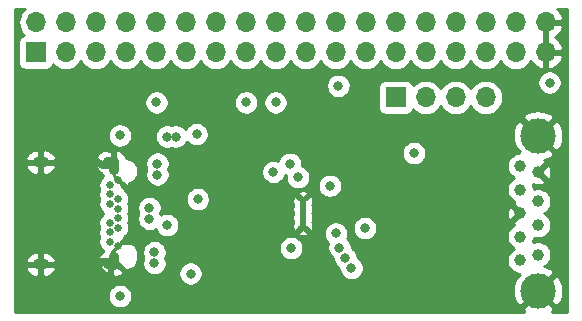
<source format=gbr>
G04 #@! TF.GenerationSoftware,KiCad,Pcbnew,5.1.2*
G04 #@! TF.CreationDate,2019-06-01T11:21:23+02:00*
G04 #@! TF.ProjectId,usb-c-breakout,7573622d-632d-4627-9265-616b6f75742e,rev?*
G04 #@! TF.SameCoordinates,Original*
G04 #@! TF.FileFunction,Copper,L2,Inr*
G04 #@! TF.FilePolarity,Positive*
%FSLAX46Y46*%
G04 Gerber Fmt 4.6, Leading zero omitted, Abs format (unit mm)*
G04 Created by KiCad (PCBNEW 5.1.2) date 2019-06-01 11:21:23*
%MOMM*%
%LPD*%
G04 APERTURE LIST*
%ADD10R,1.700000X1.700000*%
%ADD11O,1.700000X1.700000*%
%ADD12C,1.000000*%
%ADD13C,3.000000*%
%ADD14C,0.500000*%
%ADD15O,1.400000X0.900000*%
%ADD16C,0.650000*%
%ADD17O,0.900000X1.550000*%
%ADD18C,0.800000*%
%ADD19C,0.254000*%
%ADD20C,0.508000*%
G04 APERTURE END LIST*
D10*
X72390000Y-86360000D03*
D11*
X72390000Y-83820000D03*
X74930000Y-86360000D03*
X74930000Y-83820000D03*
X77470000Y-86360000D03*
X77470000Y-83820000D03*
X80010000Y-86360000D03*
X80010000Y-83820000D03*
X82550000Y-86360000D03*
X82550000Y-83820000D03*
X85090000Y-86360000D03*
X85090000Y-83820000D03*
X87630000Y-86360000D03*
X87630000Y-83820000D03*
X90170000Y-86360000D03*
X90170000Y-83820000D03*
X92710000Y-86360000D03*
X92710000Y-83820000D03*
X95250000Y-86360000D03*
X95250000Y-83820000D03*
X97790000Y-86360000D03*
X97790000Y-83820000D03*
X100330000Y-86360000D03*
X100330000Y-83820000D03*
X102870000Y-86360000D03*
X102870000Y-83820000D03*
X105410000Y-86360000D03*
X105410000Y-83820000D03*
X107950000Y-86360000D03*
X107950000Y-83820000D03*
X110490000Y-86360000D03*
X110490000Y-83820000D03*
X113030000Y-86360000D03*
X113030000Y-83820000D03*
X115570000Y-86360000D03*
X115570000Y-83820000D03*
D12*
X113410000Y-103990000D03*
X113410000Y-101990000D03*
X113410000Y-95990000D03*
X113410000Y-97990000D03*
X113410000Y-99990000D03*
X114910000Y-96490000D03*
X114910000Y-98990000D03*
X114910000Y-100990000D03*
X114910000Y-103490000D03*
D13*
X114910000Y-93420000D03*
X114910000Y-106560000D03*
D11*
X110490000Y-90170000D03*
X107950000Y-90170000D03*
X105410000Y-90170000D03*
D10*
X102870000Y-90170000D03*
D14*
X95000000Y-98950000D03*
X95000000Y-101050000D03*
X95000000Y-100350000D03*
X95000000Y-99650000D03*
D15*
X78750000Y-95670000D03*
X78750000Y-104330000D03*
X72800000Y-104330000D03*
X72800000Y-95670000D03*
D16*
X79350000Y-102800000D03*
X79350000Y-101200000D03*
X79350000Y-100400000D03*
X79350000Y-99600000D03*
X79350000Y-98800000D03*
X79350000Y-97200000D03*
X78650000Y-102400000D03*
X78650000Y-101600000D03*
X78650000Y-100800000D03*
X78650000Y-99200000D03*
X78650000Y-98400000D03*
X78650000Y-97600000D03*
D17*
X79000000Y-104000000D03*
X79000000Y-96000000D03*
D18*
X82677000Y-96713500D03*
X82677000Y-95786500D03*
X82423000Y-103286500D03*
X82423000Y-104213500D03*
X87122000Y-102997000D03*
X87376000Y-97282000D03*
X85100000Y-90600000D03*
X77500000Y-90600000D03*
X103000000Y-98750000D03*
X102500000Y-105250000D03*
X102500000Y-106750000D03*
X96500000Y-105250000D03*
X96500000Y-106750000D03*
X110000000Y-100200000D03*
X110000000Y-101800000D03*
X97282000Y-97663000D03*
X94573473Y-96926527D03*
X82000502Y-100463500D03*
X82000502Y-99536500D03*
X93899998Y-95800000D03*
X86100000Y-98799996D03*
X86000000Y-93303200D03*
X98600000Y-103800000D03*
X99114572Y-104629144D03*
X104400000Y-94900000D03*
X98100000Y-102900000D03*
X94000000Y-102950000D03*
X92500000Y-96500000D03*
X97800000Y-101700000D03*
X115888999Y-88938999D03*
X92693597Y-90600000D03*
X90200000Y-90600000D03*
X82600000Y-90600000D03*
X83500000Y-93500000D03*
X84250000Y-93500000D03*
X100250000Y-101250000D03*
X98000000Y-89200000D03*
X79500000Y-93400000D03*
X85500000Y-105100000D03*
X83500000Y-101000000D03*
X79500000Y-107000000D03*
D19*
X79674999Y-102475001D02*
X80524999Y-102475001D01*
X79350000Y-102800000D02*
X79674999Y-102475001D01*
X80524999Y-102475001D02*
X81000000Y-102000000D01*
X79000000Y-96850000D02*
X79000000Y-96000000D01*
X79350000Y-97200000D02*
X79000000Y-96850000D01*
X79350000Y-97200000D02*
X80000000Y-97850000D01*
X80000000Y-97850000D02*
X80850000Y-97850000D01*
X80850000Y-97850000D02*
X81000000Y-98000000D01*
D20*
X79000000Y-96000000D02*
X78000000Y-96000000D01*
X78000000Y-96000000D02*
X77000000Y-95000000D01*
X79000000Y-104000000D02*
X77000000Y-104000000D01*
X95000000Y-98950000D02*
X95000000Y-101050000D01*
X79000000Y-94800000D02*
X78200000Y-94000000D01*
X79000000Y-96000000D02*
X79000000Y-94800000D01*
X78250000Y-105250000D02*
X78750000Y-105250000D01*
X77500000Y-104500000D02*
X78250000Y-105250000D01*
X78000000Y-104042000D02*
X77958000Y-104042000D01*
X78750000Y-105250000D02*
X78750000Y-105750000D01*
X78750000Y-104330000D02*
X78750000Y-105250000D01*
X79000000Y-104000000D02*
X78042000Y-104000000D01*
X78042000Y-104000000D02*
X78000000Y-104042000D01*
X77958000Y-104042000D02*
X77500000Y-104500000D01*
X79000000Y-104000000D02*
X79556010Y-104556010D01*
X79556010Y-104556010D02*
X80000000Y-105000000D01*
D19*
X78750000Y-103400000D02*
X79350000Y-102800000D01*
X78750000Y-104330000D02*
X78750000Y-103400000D01*
G36*
X71334866Y-82764866D02*
G01*
X71149294Y-82990986D01*
X71011401Y-83248966D01*
X70926487Y-83528889D01*
X70897815Y-83820000D01*
X70926487Y-84111111D01*
X71011401Y-84391034D01*
X71149294Y-84649014D01*
X71334866Y-84875134D01*
X71364687Y-84899607D01*
X71295820Y-84920498D01*
X71185506Y-84979463D01*
X71088815Y-85058815D01*
X71009463Y-85155506D01*
X70950498Y-85265820D01*
X70914188Y-85385518D01*
X70901928Y-85510000D01*
X70901928Y-87210000D01*
X70914188Y-87334482D01*
X70950498Y-87454180D01*
X71009463Y-87564494D01*
X71088815Y-87661185D01*
X71185506Y-87740537D01*
X71295820Y-87799502D01*
X71415518Y-87835812D01*
X71540000Y-87848072D01*
X73240000Y-87848072D01*
X73364482Y-87835812D01*
X73484180Y-87799502D01*
X73594494Y-87740537D01*
X73691185Y-87661185D01*
X73770537Y-87564494D01*
X73829502Y-87454180D01*
X73850393Y-87385313D01*
X73874866Y-87415134D01*
X74100986Y-87600706D01*
X74358966Y-87738599D01*
X74638889Y-87823513D01*
X74857050Y-87845000D01*
X75002950Y-87845000D01*
X75221111Y-87823513D01*
X75501034Y-87738599D01*
X75759014Y-87600706D01*
X75985134Y-87415134D01*
X76170706Y-87189014D01*
X76200000Y-87134209D01*
X76229294Y-87189014D01*
X76414866Y-87415134D01*
X76640986Y-87600706D01*
X76898966Y-87738599D01*
X77178889Y-87823513D01*
X77397050Y-87845000D01*
X77542950Y-87845000D01*
X77761111Y-87823513D01*
X78041034Y-87738599D01*
X78299014Y-87600706D01*
X78525134Y-87415134D01*
X78710706Y-87189014D01*
X78740000Y-87134209D01*
X78769294Y-87189014D01*
X78954866Y-87415134D01*
X79180986Y-87600706D01*
X79438966Y-87738599D01*
X79718889Y-87823513D01*
X79937050Y-87845000D01*
X80082950Y-87845000D01*
X80301111Y-87823513D01*
X80581034Y-87738599D01*
X80839014Y-87600706D01*
X81065134Y-87415134D01*
X81250706Y-87189014D01*
X81280000Y-87134209D01*
X81309294Y-87189014D01*
X81494866Y-87415134D01*
X81720986Y-87600706D01*
X81978966Y-87738599D01*
X82258889Y-87823513D01*
X82477050Y-87845000D01*
X82622950Y-87845000D01*
X82841111Y-87823513D01*
X83121034Y-87738599D01*
X83379014Y-87600706D01*
X83605134Y-87415134D01*
X83790706Y-87189014D01*
X83820000Y-87134209D01*
X83849294Y-87189014D01*
X84034866Y-87415134D01*
X84260986Y-87600706D01*
X84518966Y-87738599D01*
X84798889Y-87823513D01*
X85017050Y-87845000D01*
X85162950Y-87845000D01*
X85381111Y-87823513D01*
X85661034Y-87738599D01*
X85919014Y-87600706D01*
X86145134Y-87415134D01*
X86330706Y-87189014D01*
X86360000Y-87134209D01*
X86389294Y-87189014D01*
X86574866Y-87415134D01*
X86800986Y-87600706D01*
X87058966Y-87738599D01*
X87338889Y-87823513D01*
X87557050Y-87845000D01*
X87702950Y-87845000D01*
X87921111Y-87823513D01*
X88201034Y-87738599D01*
X88459014Y-87600706D01*
X88685134Y-87415134D01*
X88870706Y-87189014D01*
X88900000Y-87134209D01*
X88929294Y-87189014D01*
X89114866Y-87415134D01*
X89340986Y-87600706D01*
X89598966Y-87738599D01*
X89878889Y-87823513D01*
X90097050Y-87845000D01*
X90242950Y-87845000D01*
X90461111Y-87823513D01*
X90741034Y-87738599D01*
X90999014Y-87600706D01*
X91225134Y-87415134D01*
X91410706Y-87189014D01*
X91440000Y-87134209D01*
X91469294Y-87189014D01*
X91654866Y-87415134D01*
X91880986Y-87600706D01*
X92138966Y-87738599D01*
X92418889Y-87823513D01*
X92637050Y-87845000D01*
X92782950Y-87845000D01*
X93001111Y-87823513D01*
X93281034Y-87738599D01*
X93539014Y-87600706D01*
X93765134Y-87415134D01*
X93950706Y-87189014D01*
X93980000Y-87134209D01*
X94009294Y-87189014D01*
X94194866Y-87415134D01*
X94420986Y-87600706D01*
X94678966Y-87738599D01*
X94958889Y-87823513D01*
X95177050Y-87845000D01*
X95322950Y-87845000D01*
X95541111Y-87823513D01*
X95821034Y-87738599D01*
X96079014Y-87600706D01*
X96305134Y-87415134D01*
X96490706Y-87189014D01*
X96520000Y-87134209D01*
X96549294Y-87189014D01*
X96734866Y-87415134D01*
X96960986Y-87600706D01*
X97218966Y-87738599D01*
X97498889Y-87823513D01*
X97717050Y-87845000D01*
X97862950Y-87845000D01*
X98081111Y-87823513D01*
X98361034Y-87738599D01*
X98619014Y-87600706D01*
X98845134Y-87415134D01*
X99030706Y-87189014D01*
X99060000Y-87134209D01*
X99089294Y-87189014D01*
X99274866Y-87415134D01*
X99500986Y-87600706D01*
X99758966Y-87738599D01*
X100038889Y-87823513D01*
X100257050Y-87845000D01*
X100402950Y-87845000D01*
X100621111Y-87823513D01*
X100901034Y-87738599D01*
X101159014Y-87600706D01*
X101385134Y-87415134D01*
X101570706Y-87189014D01*
X101600000Y-87134209D01*
X101629294Y-87189014D01*
X101814866Y-87415134D01*
X102040986Y-87600706D01*
X102298966Y-87738599D01*
X102578889Y-87823513D01*
X102797050Y-87845000D01*
X102942950Y-87845000D01*
X103161111Y-87823513D01*
X103441034Y-87738599D01*
X103699014Y-87600706D01*
X103925134Y-87415134D01*
X104110706Y-87189014D01*
X104140000Y-87134209D01*
X104169294Y-87189014D01*
X104354866Y-87415134D01*
X104580986Y-87600706D01*
X104838966Y-87738599D01*
X105118889Y-87823513D01*
X105337050Y-87845000D01*
X105482950Y-87845000D01*
X105701111Y-87823513D01*
X105981034Y-87738599D01*
X106239014Y-87600706D01*
X106465134Y-87415134D01*
X106650706Y-87189014D01*
X106680000Y-87134209D01*
X106709294Y-87189014D01*
X106894866Y-87415134D01*
X107120986Y-87600706D01*
X107378966Y-87738599D01*
X107658889Y-87823513D01*
X107877050Y-87845000D01*
X108022950Y-87845000D01*
X108241111Y-87823513D01*
X108521034Y-87738599D01*
X108779014Y-87600706D01*
X109005134Y-87415134D01*
X109190706Y-87189014D01*
X109220000Y-87134209D01*
X109249294Y-87189014D01*
X109434866Y-87415134D01*
X109660986Y-87600706D01*
X109918966Y-87738599D01*
X110198889Y-87823513D01*
X110417050Y-87845000D01*
X110562950Y-87845000D01*
X110781111Y-87823513D01*
X111061034Y-87738599D01*
X111319014Y-87600706D01*
X111545134Y-87415134D01*
X111730706Y-87189014D01*
X111760000Y-87134209D01*
X111789294Y-87189014D01*
X111974866Y-87415134D01*
X112200986Y-87600706D01*
X112458966Y-87738599D01*
X112738889Y-87823513D01*
X112957050Y-87845000D01*
X113102950Y-87845000D01*
X113321111Y-87823513D01*
X113601034Y-87738599D01*
X113859014Y-87600706D01*
X114085134Y-87415134D01*
X114270706Y-87189014D01*
X114305201Y-87124477D01*
X114374822Y-87241355D01*
X114569731Y-87457588D01*
X114803080Y-87631641D01*
X115065901Y-87756825D01*
X115213110Y-87801476D01*
X115443000Y-87680155D01*
X115443000Y-86487000D01*
X115697000Y-86487000D01*
X115697000Y-87680155D01*
X115926890Y-87801476D01*
X116074099Y-87756825D01*
X116336920Y-87631641D01*
X116570269Y-87457588D01*
X116765178Y-87241355D01*
X116914157Y-86991252D01*
X117011481Y-86716891D01*
X116890814Y-86487000D01*
X115697000Y-86487000D01*
X115443000Y-86487000D01*
X115423000Y-86487000D01*
X115423000Y-86233000D01*
X115443000Y-86233000D01*
X115443000Y-83947000D01*
X115697000Y-83947000D01*
X115697000Y-86233000D01*
X116890814Y-86233000D01*
X117011481Y-86003109D01*
X116914157Y-85728748D01*
X116765178Y-85478645D01*
X116570269Y-85262412D01*
X116339120Y-85090000D01*
X116570269Y-84917588D01*
X116765178Y-84701355D01*
X116914157Y-84451252D01*
X117011481Y-84176891D01*
X116890814Y-83947000D01*
X115697000Y-83947000D01*
X115443000Y-83947000D01*
X115423000Y-83947000D01*
X115423000Y-83693000D01*
X115443000Y-83693000D01*
X115443000Y-83673000D01*
X115697000Y-83673000D01*
X115697000Y-83693000D01*
X116890814Y-83693000D01*
X117011481Y-83463109D01*
X116914157Y-83188748D01*
X116765178Y-82938645D01*
X116570269Y-82722412D01*
X116486595Y-82660000D01*
X117340001Y-82660000D01*
X117340000Y-108340000D01*
X116079492Y-108340000D01*
X116222048Y-108051653D01*
X114910000Y-106739605D01*
X113597952Y-108051653D01*
X113740508Y-108340000D01*
X70660000Y-108340000D01*
X70660000Y-106898061D01*
X78465000Y-106898061D01*
X78465000Y-107101939D01*
X78504774Y-107301898D01*
X78582795Y-107490256D01*
X78696063Y-107659774D01*
X78840226Y-107803937D01*
X79009744Y-107917205D01*
X79198102Y-107995226D01*
X79398061Y-108035000D01*
X79601939Y-108035000D01*
X79801898Y-107995226D01*
X79990256Y-107917205D01*
X80159774Y-107803937D01*
X80303937Y-107659774D01*
X80417205Y-107490256D01*
X80495226Y-107301898D01*
X80535000Y-107101939D01*
X80535000Y-106898061D01*
X80495226Y-106698102D01*
X80417205Y-106509744D01*
X80303937Y-106340226D01*
X80159774Y-106196063D01*
X79990256Y-106082795D01*
X79801898Y-106004774D01*
X79601939Y-105965000D01*
X79398061Y-105965000D01*
X79198102Y-106004774D01*
X79009744Y-106082795D01*
X78840226Y-106196063D01*
X78696063Y-106340226D01*
X78582795Y-106509744D01*
X78504774Y-106698102D01*
X78465000Y-106898061D01*
X70660000Y-106898061D01*
X70660000Y-104624001D01*
X71505592Y-104624001D01*
X71516721Y-104704563D01*
X71609649Y-104898949D01*
X71738714Y-105071470D01*
X71898956Y-105215497D01*
X72084218Y-105325495D01*
X72287379Y-105397236D01*
X72500633Y-105427964D01*
X72673000Y-105263419D01*
X72673000Y-104457000D01*
X72927000Y-104457000D01*
X72927000Y-105263419D01*
X73099367Y-105427964D01*
X73312621Y-105397236D01*
X73515782Y-105325495D01*
X73701044Y-105215497D01*
X73861286Y-105071470D01*
X73990351Y-104898949D01*
X74083279Y-104704563D01*
X74094408Y-104624001D01*
X73967502Y-104457000D01*
X72927000Y-104457000D01*
X72673000Y-104457000D01*
X71632498Y-104457000D01*
X71505592Y-104624001D01*
X70660000Y-104624001D01*
X70660000Y-104035999D01*
X71505592Y-104035999D01*
X71632498Y-104203000D01*
X72673000Y-104203000D01*
X72673000Y-103396581D01*
X72927000Y-103396581D01*
X72927000Y-104203000D01*
X73967502Y-104203000D01*
X74094408Y-104035999D01*
X74083279Y-103955437D01*
X73990351Y-103761051D01*
X73861286Y-103588530D01*
X73701044Y-103444503D01*
X73515782Y-103334505D01*
X73312621Y-103262764D01*
X73099367Y-103232036D01*
X72927000Y-103396581D01*
X72673000Y-103396581D01*
X72500633Y-103232036D01*
X72287379Y-103262764D01*
X72084218Y-103334505D01*
X71898956Y-103444503D01*
X71738714Y-103588530D01*
X71609649Y-103761051D01*
X71516721Y-103955437D01*
X71505592Y-104035999D01*
X70660000Y-104035999D01*
X70660000Y-95964001D01*
X71505592Y-95964001D01*
X71516721Y-96044563D01*
X71609649Y-96238949D01*
X71738714Y-96411470D01*
X71898956Y-96555497D01*
X72084218Y-96665495D01*
X72287379Y-96737236D01*
X72500633Y-96767964D01*
X72673000Y-96603419D01*
X72673000Y-95797000D01*
X72927000Y-95797000D01*
X72927000Y-96603419D01*
X73099367Y-96767964D01*
X73312621Y-96737236D01*
X73515782Y-96665495D01*
X73701044Y-96555497D01*
X73861286Y-96411470D01*
X73990351Y-96238949D01*
X74083279Y-96044563D01*
X74094408Y-95964001D01*
X73967502Y-95797000D01*
X72927000Y-95797000D01*
X72673000Y-95797000D01*
X71632498Y-95797000D01*
X71505592Y-95964001D01*
X70660000Y-95964001D01*
X70660000Y-95375999D01*
X71505592Y-95375999D01*
X71632498Y-95543000D01*
X72673000Y-95543000D01*
X72673000Y-94736581D01*
X72927000Y-94736581D01*
X72927000Y-95543000D01*
X73967502Y-95543000D01*
X74094408Y-95375999D01*
X77455592Y-95375999D01*
X77582498Y-95543000D01*
X77916090Y-95543000D01*
X77915000Y-95548000D01*
X77915000Y-95797000D01*
X77582498Y-95797000D01*
X77455592Y-95964001D01*
X77466721Y-96044563D01*
X77559649Y-96238949D01*
X77688714Y-96411470D01*
X77848956Y-96555497D01*
X77950746Y-96615934D01*
X77960624Y-96661233D01*
X78043263Y-96850827D01*
X78038036Y-96854319D01*
X77904319Y-96988036D01*
X77799259Y-97145269D01*
X77726892Y-97319978D01*
X77690000Y-97505448D01*
X77690000Y-97694552D01*
X77726892Y-97880022D01*
X77776589Y-98000000D01*
X77726892Y-98119978D01*
X77690000Y-98305448D01*
X77690000Y-98494552D01*
X77726892Y-98680022D01*
X77776589Y-98800000D01*
X77726892Y-98919978D01*
X77690000Y-99105448D01*
X77690000Y-99294552D01*
X77726892Y-99480022D01*
X77799259Y-99654731D01*
X77904319Y-99811964D01*
X78038036Y-99945681D01*
X78119330Y-100000000D01*
X78038036Y-100054319D01*
X77904319Y-100188036D01*
X77799259Y-100345269D01*
X77726892Y-100519978D01*
X77690000Y-100705448D01*
X77690000Y-100894552D01*
X77726892Y-101080022D01*
X77776589Y-101200000D01*
X77726892Y-101319978D01*
X77690000Y-101505448D01*
X77690000Y-101694552D01*
X77726892Y-101880022D01*
X77776589Y-102000000D01*
X77726892Y-102119978D01*
X77690000Y-102305448D01*
X77690000Y-102494552D01*
X77726892Y-102680022D01*
X77799259Y-102854731D01*
X77904319Y-103011964D01*
X78038036Y-103145681D01*
X78043263Y-103149173D01*
X77960624Y-103338767D01*
X77950746Y-103384066D01*
X77848956Y-103444503D01*
X77688714Y-103588530D01*
X77559649Y-103761051D01*
X77466721Y-103955437D01*
X77455592Y-104035999D01*
X77582498Y-104203000D01*
X77915000Y-104203000D01*
X77915000Y-104452000D01*
X77916090Y-104457000D01*
X77582498Y-104457000D01*
X77455592Y-104624001D01*
X77466721Y-104704563D01*
X77559649Y-104898949D01*
X77688714Y-105071470D01*
X77848956Y-105215497D01*
X78034218Y-105325495D01*
X78237379Y-105397236D01*
X78450633Y-105427964D01*
X78564339Y-105319418D01*
X78705999Y-105369408D01*
X78873000Y-105242502D01*
X78873000Y-104183000D01*
X78877000Y-104183000D01*
X78877000Y-104203000D01*
X78897000Y-104203000D01*
X78897000Y-104457000D01*
X78877000Y-104457000D01*
X78877000Y-105263419D01*
X79049367Y-105427964D01*
X79262621Y-105397236D01*
X79465782Y-105325495D01*
X79651044Y-105215497D01*
X79811286Y-105071470D01*
X79940351Y-104898949D01*
X79981303Y-104813286D01*
X80000000Y-104815128D01*
X80207795Y-104794662D01*
X80407606Y-104734050D01*
X80591753Y-104635622D01*
X80753159Y-104503159D01*
X80885622Y-104341753D01*
X80984050Y-104157607D01*
X81044662Y-103957796D01*
X81060000Y-103802066D01*
X81060000Y-103397935D01*
X81044662Y-103242205D01*
X81027176Y-103184561D01*
X81388000Y-103184561D01*
X81388000Y-103388439D01*
X81427774Y-103588398D01*
X81494712Y-103750000D01*
X81427774Y-103911602D01*
X81388000Y-104111561D01*
X81388000Y-104315439D01*
X81427774Y-104515398D01*
X81505795Y-104703756D01*
X81619063Y-104873274D01*
X81763226Y-105017437D01*
X81932744Y-105130705D01*
X82121102Y-105208726D01*
X82321061Y-105248500D01*
X82524939Y-105248500D01*
X82724898Y-105208726D01*
X82913256Y-105130705D01*
X83082774Y-105017437D01*
X83102150Y-104998061D01*
X84465000Y-104998061D01*
X84465000Y-105201939D01*
X84504774Y-105401898D01*
X84582795Y-105590256D01*
X84696063Y-105759774D01*
X84840226Y-105903937D01*
X85009744Y-106017205D01*
X85198102Y-106095226D01*
X85398061Y-106135000D01*
X85601939Y-106135000D01*
X85801898Y-106095226D01*
X85990256Y-106017205D01*
X86159774Y-105903937D01*
X86303937Y-105759774D01*
X86417205Y-105590256D01*
X86495226Y-105401898D01*
X86535000Y-105201939D01*
X86535000Y-104998061D01*
X86495226Y-104798102D01*
X86417205Y-104609744D01*
X86303937Y-104440226D01*
X86159774Y-104296063D01*
X85990256Y-104182795D01*
X85801898Y-104104774D01*
X85601939Y-104065000D01*
X85398061Y-104065000D01*
X85198102Y-104104774D01*
X85009744Y-104182795D01*
X84840226Y-104296063D01*
X84696063Y-104440226D01*
X84582795Y-104609744D01*
X84504774Y-104798102D01*
X84465000Y-104998061D01*
X83102150Y-104998061D01*
X83226937Y-104873274D01*
X83340205Y-104703756D01*
X83418226Y-104515398D01*
X83458000Y-104315439D01*
X83458000Y-104111561D01*
X83418226Y-103911602D01*
X83351288Y-103750000D01*
X83418226Y-103588398D01*
X83458000Y-103388439D01*
X83458000Y-103184561D01*
X83418226Y-102984602D01*
X83361669Y-102848061D01*
X92965000Y-102848061D01*
X92965000Y-103051939D01*
X93004774Y-103251898D01*
X93082795Y-103440256D01*
X93196063Y-103609774D01*
X93340226Y-103753937D01*
X93509744Y-103867205D01*
X93698102Y-103945226D01*
X93898061Y-103985000D01*
X94101939Y-103985000D01*
X94301898Y-103945226D01*
X94490256Y-103867205D01*
X94659774Y-103753937D01*
X94803937Y-103609774D01*
X94917205Y-103440256D01*
X94995226Y-103251898D01*
X95035000Y-103051939D01*
X95035000Y-102848061D01*
X94995226Y-102648102D01*
X94917205Y-102459744D01*
X94803937Y-102290226D01*
X94659774Y-102146063D01*
X94490256Y-102032795D01*
X94301898Y-101954774D01*
X94101939Y-101915000D01*
X93898061Y-101915000D01*
X93698102Y-101954774D01*
X93509744Y-102032795D01*
X93340226Y-102146063D01*
X93196063Y-102290226D01*
X93082795Y-102459744D01*
X93004774Y-102648102D01*
X92965000Y-102848061D01*
X83361669Y-102848061D01*
X83340205Y-102796244D01*
X83226937Y-102626726D01*
X83082774Y-102482563D01*
X82913256Y-102369295D01*
X82724898Y-102291274D01*
X82524939Y-102251500D01*
X82321061Y-102251500D01*
X82121102Y-102291274D01*
X81932744Y-102369295D01*
X81763226Y-102482563D01*
X81619063Y-102626726D01*
X81505795Y-102796244D01*
X81427774Y-102984602D01*
X81388000Y-103184561D01*
X81027176Y-103184561D01*
X80984050Y-103042394D01*
X80885622Y-102858247D01*
X80753159Y-102696841D01*
X80591753Y-102564378D01*
X80407607Y-102465950D01*
X80228354Y-102411574D01*
X80203187Y-102349874D01*
X80198270Y-102340677D01*
X80002536Y-102327069D01*
X79938695Y-102390910D01*
X79792205Y-102405338D01*
X79610000Y-102460609D01*
X79610000Y-102360395D01*
X79822931Y-102147464D01*
X79815697Y-102043414D01*
X79961964Y-101945681D01*
X80095681Y-101811964D01*
X80200741Y-101654731D01*
X80273108Y-101480022D01*
X80310000Y-101294552D01*
X80310000Y-101105448D01*
X80273108Y-100919978D01*
X80223411Y-100800000D01*
X80273108Y-100680022D01*
X80310000Y-100494552D01*
X80310000Y-100305448D01*
X80273108Y-100119978D01*
X80223411Y-100000000D01*
X80273108Y-99880022D01*
X80310000Y-99694552D01*
X80310000Y-99505448D01*
X80295900Y-99434561D01*
X80965502Y-99434561D01*
X80965502Y-99638439D01*
X81005276Y-99838398D01*
X81072214Y-100000000D01*
X81005276Y-100161602D01*
X80965502Y-100361561D01*
X80965502Y-100565439D01*
X81005276Y-100765398D01*
X81083297Y-100953756D01*
X81196565Y-101123274D01*
X81340728Y-101267437D01*
X81510246Y-101380705D01*
X81698604Y-101458726D01*
X81898563Y-101498500D01*
X82102441Y-101498500D01*
X82302400Y-101458726D01*
X82490758Y-101380705D01*
X82527303Y-101356287D01*
X82582795Y-101490256D01*
X82696063Y-101659774D01*
X82840226Y-101803937D01*
X83009744Y-101917205D01*
X83198102Y-101995226D01*
X83398061Y-102035000D01*
X83601939Y-102035000D01*
X83801898Y-101995226D01*
X83990256Y-101917205D01*
X84159774Y-101803937D01*
X84303937Y-101659774D01*
X84417205Y-101490256D01*
X84495226Y-101301898D01*
X84535000Y-101101939D01*
X84535000Y-100898061D01*
X84495226Y-100698102D01*
X84417205Y-100509744D01*
X84303937Y-100340226D01*
X84159774Y-100196063D01*
X83990256Y-100082795D01*
X83801898Y-100004774D01*
X83601939Y-99965000D01*
X83398061Y-99965000D01*
X83198102Y-100004774D01*
X83009744Y-100082795D01*
X82973199Y-100107213D01*
X82928790Y-100000000D01*
X82995728Y-99838398D01*
X83035502Y-99638439D01*
X83035502Y-99434561D01*
X82995728Y-99234602D01*
X82917707Y-99046244D01*
X82804439Y-98876726D01*
X82660276Y-98732563D01*
X82608634Y-98698057D01*
X85065000Y-98698057D01*
X85065000Y-98901935D01*
X85104774Y-99101894D01*
X85182795Y-99290252D01*
X85296063Y-99459770D01*
X85440226Y-99603933D01*
X85609744Y-99717201D01*
X85798102Y-99795222D01*
X85998061Y-99834996D01*
X86201939Y-99834996D01*
X86401898Y-99795222D01*
X86590256Y-99717201D01*
X86759774Y-99603933D01*
X86903937Y-99459770D01*
X87017205Y-99290252D01*
X87095226Y-99101894D01*
X87135000Y-98901935D01*
X87135000Y-98863998D01*
X94114887Y-98863998D01*
X94115116Y-99038328D01*
X94149351Y-99209264D01*
X94186987Y-99300127D01*
X94148672Y-99392974D01*
X94114887Y-99563998D01*
X94115116Y-99738328D01*
X94149351Y-99909264D01*
X94186987Y-100000127D01*
X94148672Y-100092974D01*
X94114887Y-100263998D01*
X94115116Y-100438328D01*
X94149351Y-100609264D01*
X94186987Y-100700127D01*
X94148672Y-100792974D01*
X94114887Y-100963998D01*
X94115116Y-101138328D01*
X94149351Y-101309264D01*
X94215173Y-101468174D01*
X94403836Y-101472216D01*
X94694661Y-101181391D01*
X94742974Y-101201328D01*
X94913998Y-101235113D01*
X94988933Y-101235015D01*
X94577784Y-101646164D01*
X94581826Y-101834827D01*
X94742974Y-101901328D01*
X94913998Y-101935113D01*
X95088328Y-101934884D01*
X95259264Y-101900649D01*
X95418174Y-101834827D01*
X95422216Y-101646164D01*
X95374113Y-101598061D01*
X96765000Y-101598061D01*
X96765000Y-101801939D01*
X96804774Y-102001898D01*
X96882795Y-102190256D01*
X96996063Y-102359774D01*
X97140226Y-102503937D01*
X97143009Y-102505796D01*
X97104774Y-102598102D01*
X97065000Y-102798061D01*
X97065000Y-103001939D01*
X97104774Y-103201898D01*
X97182795Y-103390256D01*
X97296063Y-103559774D01*
X97440226Y-103703937D01*
X97565000Y-103787308D01*
X97565000Y-103901939D01*
X97604774Y-104101898D01*
X97682795Y-104290256D01*
X97796063Y-104459774D01*
X97940226Y-104603937D01*
X98079572Y-104697045D01*
X98079572Y-104731083D01*
X98119346Y-104931042D01*
X98197367Y-105119400D01*
X98310635Y-105288918D01*
X98454798Y-105433081D01*
X98624316Y-105546349D01*
X98812674Y-105624370D01*
X99012633Y-105664144D01*
X99216511Y-105664144D01*
X99416470Y-105624370D01*
X99604828Y-105546349D01*
X99774346Y-105433081D01*
X99918509Y-105288918D01*
X100031777Y-105119400D01*
X100109798Y-104931042D01*
X100149572Y-104731083D01*
X100149572Y-104527205D01*
X100109798Y-104327246D01*
X100031777Y-104138888D01*
X99918509Y-103969370D01*
X99774346Y-103825207D01*
X99635000Y-103732099D01*
X99635000Y-103698061D01*
X99595226Y-103498102D01*
X99517205Y-103309744D01*
X99403937Y-103140226D01*
X99259774Y-102996063D01*
X99135000Y-102912692D01*
X99135000Y-102798061D01*
X99095226Y-102598102D01*
X99017205Y-102409744D01*
X98903937Y-102240226D01*
X98759774Y-102096063D01*
X98756991Y-102094204D01*
X98795226Y-102001898D01*
X98835000Y-101801939D01*
X98835000Y-101598061D01*
X98795226Y-101398102D01*
X98717205Y-101209744D01*
X98675990Y-101148061D01*
X99215000Y-101148061D01*
X99215000Y-101351939D01*
X99254774Y-101551898D01*
X99332795Y-101740256D01*
X99446063Y-101909774D01*
X99590226Y-102053937D01*
X99759744Y-102167205D01*
X99948102Y-102245226D01*
X100148061Y-102285000D01*
X100351939Y-102285000D01*
X100551898Y-102245226D01*
X100740256Y-102167205D01*
X100909774Y-102053937D01*
X101053937Y-101909774D01*
X101167205Y-101740256D01*
X101245226Y-101551898D01*
X101285000Y-101351939D01*
X101285000Y-101148061D01*
X101245226Y-100948102D01*
X101167205Y-100759744D01*
X101053937Y-100590226D01*
X100909774Y-100446063D01*
X100740256Y-100332795D01*
X100551898Y-100254774D01*
X100351939Y-100215000D01*
X100148061Y-100215000D01*
X99948102Y-100254774D01*
X99759744Y-100332795D01*
X99590226Y-100446063D01*
X99446063Y-100590226D01*
X99332795Y-100759744D01*
X99254774Y-100948102D01*
X99215000Y-101148061D01*
X98675990Y-101148061D01*
X98603937Y-101040226D01*
X98459774Y-100896063D01*
X98290256Y-100782795D01*
X98101898Y-100704774D01*
X97901939Y-100665000D01*
X97698061Y-100665000D01*
X97498102Y-100704774D01*
X97309744Y-100782795D01*
X97140226Y-100896063D01*
X96996063Y-101040226D01*
X96882795Y-101209744D01*
X96804774Y-101398102D01*
X96765000Y-101598061D01*
X95374113Y-101598061D01*
X95011038Y-101234986D01*
X95088328Y-101234884D01*
X95259264Y-101200649D01*
X95305462Y-101181514D01*
X95596164Y-101472216D01*
X95784827Y-101468174D01*
X95851328Y-101307026D01*
X95885113Y-101136002D01*
X95884884Y-100961672D01*
X95850649Y-100790736D01*
X95813013Y-100699873D01*
X95851328Y-100607026D01*
X95885113Y-100436002D01*
X95884884Y-100261672D01*
X95850649Y-100090736D01*
X95843057Y-100072406D01*
X112272489Y-100072406D01*
X112310423Y-100292740D01*
X112390613Y-100501440D01*
X112418412Y-100553450D01*
X112631834Y-100588561D01*
X113230395Y-99990000D01*
X112631834Y-99391439D01*
X112418412Y-99426550D01*
X112327542Y-99630826D01*
X112278269Y-99848905D01*
X112272489Y-100072406D01*
X95843057Y-100072406D01*
X95813013Y-99999873D01*
X95851328Y-99907026D01*
X95885113Y-99736002D01*
X95884884Y-99561672D01*
X95850649Y-99390736D01*
X95813013Y-99299873D01*
X95851328Y-99207026D01*
X95885113Y-99036002D01*
X95884884Y-98861672D01*
X95850649Y-98690736D01*
X95784827Y-98531826D01*
X95596164Y-98527784D01*
X95305339Y-98818609D01*
X95257026Y-98798672D01*
X95086002Y-98764887D01*
X95011067Y-98764985D01*
X95422216Y-98353836D01*
X95418174Y-98165173D01*
X95257026Y-98098672D01*
X95086002Y-98064887D01*
X94911672Y-98065116D01*
X94740736Y-98099351D01*
X94581826Y-98165173D01*
X94577784Y-98353836D01*
X94988962Y-98765014D01*
X94911672Y-98765116D01*
X94740736Y-98799351D01*
X94694538Y-98818486D01*
X94403836Y-98527784D01*
X94215173Y-98531826D01*
X94148672Y-98692974D01*
X94114887Y-98863998D01*
X87135000Y-98863998D01*
X87135000Y-98698057D01*
X87095226Y-98498098D01*
X87017205Y-98309740D01*
X86903937Y-98140222D01*
X86759774Y-97996059D01*
X86590256Y-97882791D01*
X86401898Y-97804770D01*
X86201939Y-97764996D01*
X85998061Y-97764996D01*
X85798102Y-97804770D01*
X85609744Y-97882791D01*
X85440226Y-97996059D01*
X85296063Y-98140222D01*
X85182795Y-98309740D01*
X85104774Y-98498098D01*
X85065000Y-98698057D01*
X82608634Y-98698057D01*
X82490758Y-98619295D01*
X82302400Y-98541274D01*
X82102441Y-98501500D01*
X81898563Y-98501500D01*
X81698604Y-98541274D01*
X81510246Y-98619295D01*
X81340728Y-98732563D01*
X81196565Y-98876726D01*
X81083297Y-99046244D01*
X81005276Y-99234602D01*
X80965502Y-99434561D01*
X80295900Y-99434561D01*
X80273108Y-99319978D01*
X80223411Y-99200000D01*
X80273108Y-99080022D01*
X80310000Y-98894552D01*
X80310000Y-98705448D01*
X80273108Y-98519978D01*
X80200741Y-98345269D01*
X80095681Y-98188036D01*
X79961964Y-98054319D01*
X79815697Y-97956586D01*
X79822931Y-97852536D01*
X79610000Y-97639605D01*
X79610000Y-97505448D01*
X79584062Y-97375049D01*
X79690809Y-97419265D01*
X79763287Y-97433682D01*
X80002536Y-97672931D01*
X80198270Y-97659323D01*
X80271581Y-97485008D01*
X80284003Y-97424275D01*
X80309191Y-97419265D01*
X80502098Y-97339360D01*
X80675711Y-97223356D01*
X80823356Y-97075711D01*
X80939360Y-96902098D01*
X81019265Y-96709191D01*
X81060000Y-96504401D01*
X81060000Y-96295599D01*
X81019265Y-96090809D01*
X80939360Y-95897902D01*
X80823356Y-95724289D01*
X80783628Y-95684561D01*
X81642000Y-95684561D01*
X81642000Y-95888439D01*
X81681774Y-96088398D01*
X81748712Y-96250000D01*
X81681774Y-96411602D01*
X81642000Y-96611561D01*
X81642000Y-96815439D01*
X81681774Y-97015398D01*
X81759795Y-97203756D01*
X81873063Y-97373274D01*
X82017226Y-97517437D01*
X82186744Y-97630705D01*
X82375102Y-97708726D01*
X82575061Y-97748500D01*
X82778939Y-97748500D01*
X82978898Y-97708726D01*
X83167256Y-97630705D01*
X83336774Y-97517437D01*
X83480937Y-97373274D01*
X83594205Y-97203756D01*
X83672226Y-97015398D01*
X83712000Y-96815439D01*
X83712000Y-96611561D01*
X83672226Y-96411602D01*
X83666618Y-96398061D01*
X91465000Y-96398061D01*
X91465000Y-96601939D01*
X91504774Y-96801898D01*
X91582795Y-96990256D01*
X91696063Y-97159774D01*
X91840226Y-97303937D01*
X92009744Y-97417205D01*
X92198102Y-97495226D01*
X92398061Y-97535000D01*
X92601939Y-97535000D01*
X92801898Y-97495226D01*
X92990256Y-97417205D01*
X93159774Y-97303937D01*
X93303937Y-97159774D01*
X93417205Y-96990256D01*
X93495226Y-96801898D01*
X93504283Y-96756365D01*
X93548408Y-96774643D01*
X93538473Y-96824588D01*
X93538473Y-97028466D01*
X93578247Y-97228425D01*
X93656268Y-97416783D01*
X93769536Y-97586301D01*
X93913699Y-97730464D01*
X94083217Y-97843732D01*
X94271575Y-97921753D01*
X94471534Y-97961527D01*
X94675412Y-97961527D01*
X94875371Y-97921753D01*
X95063729Y-97843732D01*
X95233247Y-97730464D01*
X95377410Y-97586301D01*
X95394274Y-97561061D01*
X96247000Y-97561061D01*
X96247000Y-97764939D01*
X96286774Y-97964898D01*
X96364795Y-98153256D01*
X96478063Y-98322774D01*
X96622226Y-98466937D01*
X96791744Y-98580205D01*
X96980102Y-98658226D01*
X97180061Y-98698000D01*
X97383939Y-98698000D01*
X97583898Y-98658226D01*
X97772256Y-98580205D01*
X97941774Y-98466937D01*
X98085937Y-98322774D01*
X98199205Y-98153256D01*
X98277226Y-97964898D01*
X98317000Y-97764939D01*
X98317000Y-97561061D01*
X98277226Y-97361102D01*
X98199205Y-97172744D01*
X98085937Y-97003226D01*
X97941774Y-96859063D01*
X97772256Y-96745795D01*
X97583898Y-96667774D01*
X97383939Y-96628000D01*
X97180061Y-96628000D01*
X96980102Y-96667774D01*
X96791744Y-96745795D01*
X96622226Y-96859063D01*
X96478063Y-97003226D01*
X96364795Y-97172744D01*
X96286774Y-97361102D01*
X96247000Y-97561061D01*
X95394274Y-97561061D01*
X95490678Y-97416783D01*
X95568699Y-97228425D01*
X95608473Y-97028466D01*
X95608473Y-96824588D01*
X95568699Y-96624629D01*
X95490678Y-96436271D01*
X95377410Y-96266753D01*
X95233247Y-96122590D01*
X95063729Y-96009322D01*
X94925063Y-95951884D01*
X94934998Y-95901939D01*
X94934998Y-95698061D01*
X94895224Y-95498102D01*
X94817203Y-95309744D01*
X94703935Y-95140226D01*
X94559772Y-94996063D01*
X94390254Y-94882795D01*
X94201896Y-94804774D01*
X94168148Y-94798061D01*
X103365000Y-94798061D01*
X103365000Y-95001939D01*
X103404774Y-95201898D01*
X103482795Y-95390256D01*
X103596063Y-95559774D01*
X103740226Y-95703937D01*
X103909744Y-95817205D01*
X104098102Y-95895226D01*
X104298061Y-95935000D01*
X104501939Y-95935000D01*
X104701898Y-95895226D01*
X104742973Y-95878212D01*
X112275000Y-95878212D01*
X112275000Y-96101788D01*
X112318617Y-96321067D01*
X112404176Y-96527624D01*
X112528388Y-96713520D01*
X112686480Y-96871612D01*
X112863660Y-96990000D01*
X112686480Y-97108388D01*
X112528388Y-97266480D01*
X112404176Y-97452376D01*
X112318617Y-97658933D01*
X112275000Y-97878212D01*
X112275000Y-98101788D01*
X112318617Y-98321067D01*
X112404176Y-98527624D01*
X112528388Y-98713520D01*
X112686480Y-98871612D01*
X112863050Y-98989593D01*
X112846550Y-98998412D01*
X112811439Y-99211834D01*
X113410000Y-99810395D01*
X113424143Y-99796253D01*
X113603748Y-99975858D01*
X113589605Y-99990000D01*
X113603748Y-100004143D01*
X113424143Y-100183748D01*
X113410000Y-100169605D01*
X112811439Y-100768166D01*
X112846550Y-100981588D01*
X112864379Y-100989519D01*
X112686480Y-101108388D01*
X112528388Y-101266480D01*
X112404176Y-101452376D01*
X112318617Y-101658933D01*
X112275000Y-101878212D01*
X112275000Y-102101788D01*
X112318617Y-102321067D01*
X112404176Y-102527624D01*
X112528388Y-102713520D01*
X112686480Y-102871612D01*
X112863660Y-102990000D01*
X112686480Y-103108388D01*
X112528388Y-103266480D01*
X112404176Y-103452376D01*
X112318617Y-103658933D01*
X112275000Y-103878212D01*
X112275000Y-104101788D01*
X112318617Y-104321067D01*
X112404176Y-104527624D01*
X112528388Y-104713520D01*
X112686480Y-104871612D01*
X112872376Y-104995824D01*
X113078933Y-105081383D01*
X113298212Y-105125000D01*
X113311914Y-105125000D01*
X113303653Y-105133261D01*
X113418345Y-105247953D01*
X113102786Y-105403962D01*
X112911980Y-105778745D01*
X112797956Y-106183551D01*
X112765098Y-106602824D01*
X112814666Y-107020451D01*
X112944757Y-107420383D01*
X113102786Y-107716038D01*
X113418347Y-107872048D01*
X114730395Y-106560000D01*
X115089605Y-106560000D01*
X116401653Y-107872048D01*
X116717214Y-107716038D01*
X116908020Y-107341255D01*
X117022044Y-106936449D01*
X117054902Y-106517176D01*
X117005334Y-106099549D01*
X116875243Y-105699617D01*
X116717214Y-105403962D01*
X116401653Y-105247952D01*
X115089605Y-106560000D01*
X114730395Y-106560000D01*
X114716253Y-106545858D01*
X114895858Y-106366253D01*
X114910000Y-106380395D01*
X116222048Y-105068347D01*
X116066038Y-104752786D01*
X115691255Y-104561980D01*
X115450223Y-104494087D01*
X115633520Y-104371612D01*
X115791612Y-104213520D01*
X115915824Y-104027624D01*
X116001383Y-103821067D01*
X116045000Y-103601788D01*
X116045000Y-103378212D01*
X116001383Y-103158933D01*
X115915824Y-102952376D01*
X115791612Y-102766480D01*
X115633520Y-102608388D01*
X115447624Y-102484176D01*
X115241067Y-102398617D01*
X115021788Y-102355000D01*
X114798212Y-102355000D01*
X114578933Y-102398617D01*
X114446547Y-102453453D01*
X114501383Y-102321067D01*
X114545000Y-102101788D01*
X114545000Y-102067327D01*
X114578933Y-102081383D01*
X114798212Y-102125000D01*
X115021788Y-102125000D01*
X115241067Y-102081383D01*
X115447624Y-101995824D01*
X115633520Y-101871612D01*
X115791612Y-101713520D01*
X115915824Y-101527624D01*
X116001383Y-101321067D01*
X116045000Y-101101788D01*
X116045000Y-100878212D01*
X116001383Y-100658933D01*
X115915824Y-100452376D01*
X115791612Y-100266480D01*
X115633520Y-100108388D01*
X115456340Y-99990000D01*
X115633520Y-99871612D01*
X115791612Y-99713520D01*
X115915824Y-99527624D01*
X116001383Y-99321067D01*
X116045000Y-99101788D01*
X116045000Y-98878212D01*
X116001383Y-98658933D01*
X115915824Y-98452376D01*
X115791612Y-98266480D01*
X115633520Y-98108388D01*
X115447624Y-97984176D01*
X115241067Y-97898617D01*
X115021788Y-97855000D01*
X114798212Y-97855000D01*
X114578933Y-97898617D01*
X114545000Y-97912673D01*
X114545000Y-97878212D01*
X114501383Y-97658933D01*
X114446305Y-97525963D01*
X114550826Y-97572458D01*
X114768905Y-97621731D01*
X114992406Y-97627511D01*
X115212740Y-97589577D01*
X115421440Y-97509387D01*
X115473450Y-97481588D01*
X115508561Y-97268166D01*
X114910000Y-96669605D01*
X114895858Y-96683748D01*
X114716253Y-96504143D01*
X114730395Y-96490000D01*
X115089605Y-96490000D01*
X115688166Y-97088561D01*
X115901588Y-97053450D01*
X115992458Y-96849174D01*
X116041731Y-96631095D01*
X116047511Y-96407594D01*
X116009577Y-96187260D01*
X115929387Y-95978560D01*
X115901588Y-95926550D01*
X115688166Y-95891439D01*
X115089605Y-96490000D01*
X114730395Y-96490000D01*
X114716253Y-96475858D01*
X114895858Y-96296253D01*
X114910000Y-96310395D01*
X115508561Y-95711834D01*
X115473450Y-95498412D01*
X115451919Y-95488834D01*
X115770383Y-95385243D01*
X116066038Y-95227214D01*
X116222048Y-94911653D01*
X114910000Y-93599605D01*
X114895858Y-93613748D01*
X114716253Y-93434143D01*
X114730395Y-93420000D01*
X115089605Y-93420000D01*
X116401653Y-94732048D01*
X116717214Y-94576038D01*
X116908020Y-94201255D01*
X117022044Y-93796449D01*
X117054902Y-93377176D01*
X117005334Y-92959549D01*
X116875243Y-92559617D01*
X116717214Y-92263962D01*
X116401653Y-92107952D01*
X115089605Y-93420000D01*
X114730395Y-93420000D01*
X113418347Y-92107952D01*
X113102786Y-92263962D01*
X112911980Y-92638745D01*
X112797956Y-93043551D01*
X112765098Y-93462824D01*
X112814666Y-93880451D01*
X112944757Y-94280383D01*
X113102786Y-94576038D01*
X113418345Y-94732047D01*
X113303653Y-94846739D01*
X113311914Y-94855000D01*
X113298212Y-94855000D01*
X113078933Y-94898617D01*
X112872376Y-94984176D01*
X112686480Y-95108388D01*
X112528388Y-95266480D01*
X112404176Y-95452376D01*
X112318617Y-95658933D01*
X112275000Y-95878212D01*
X104742973Y-95878212D01*
X104890256Y-95817205D01*
X105059774Y-95703937D01*
X105203937Y-95559774D01*
X105317205Y-95390256D01*
X105395226Y-95201898D01*
X105435000Y-95001939D01*
X105435000Y-94798061D01*
X105395226Y-94598102D01*
X105317205Y-94409744D01*
X105203937Y-94240226D01*
X105059774Y-94096063D01*
X104890256Y-93982795D01*
X104701898Y-93904774D01*
X104501939Y-93865000D01*
X104298061Y-93865000D01*
X104098102Y-93904774D01*
X103909744Y-93982795D01*
X103740226Y-94096063D01*
X103596063Y-94240226D01*
X103482795Y-94409744D01*
X103404774Y-94598102D01*
X103365000Y-94798061D01*
X94168148Y-94798061D01*
X94001937Y-94765000D01*
X93798059Y-94765000D01*
X93598100Y-94804774D01*
X93409742Y-94882795D01*
X93240224Y-94996063D01*
X93096061Y-95140226D01*
X92982793Y-95309744D01*
X92904772Y-95498102D01*
X92895715Y-95543635D01*
X92801898Y-95504774D01*
X92601939Y-95465000D01*
X92398061Y-95465000D01*
X92198102Y-95504774D01*
X92009744Y-95582795D01*
X91840226Y-95696063D01*
X91696063Y-95840226D01*
X91582795Y-96009744D01*
X91504774Y-96198102D01*
X91465000Y-96398061D01*
X83666618Y-96398061D01*
X83605288Y-96250000D01*
X83672226Y-96088398D01*
X83712000Y-95888439D01*
X83712000Y-95684561D01*
X83672226Y-95484602D01*
X83594205Y-95296244D01*
X83480937Y-95126726D01*
X83336774Y-94982563D01*
X83167256Y-94869295D01*
X82978898Y-94791274D01*
X82778939Y-94751500D01*
X82575061Y-94751500D01*
X82375102Y-94791274D01*
X82186744Y-94869295D01*
X82017226Y-94982563D01*
X81873063Y-95126726D01*
X81759795Y-95296244D01*
X81681774Y-95484602D01*
X81642000Y-95684561D01*
X80783628Y-95684561D01*
X80675711Y-95576644D01*
X80502098Y-95460640D01*
X80309191Y-95380735D01*
X80104401Y-95340000D01*
X80039645Y-95340000D01*
X80039376Y-95338767D01*
X80039213Y-95338393D01*
X80033279Y-95295437D01*
X79940351Y-95101051D01*
X79811286Y-94928530D01*
X79651044Y-94784503D01*
X79465782Y-94674505D01*
X79262621Y-94602764D01*
X79049367Y-94572036D01*
X78877000Y-94736581D01*
X78877000Y-95543000D01*
X78897000Y-95543000D01*
X78897000Y-95797000D01*
X78877000Y-95797000D01*
X78877000Y-95817000D01*
X78873000Y-95817000D01*
X78873000Y-94757498D01*
X78705999Y-94630592D01*
X78564339Y-94680582D01*
X78450633Y-94572036D01*
X78237379Y-94602764D01*
X78034218Y-94674505D01*
X77848956Y-94784503D01*
X77688714Y-94928530D01*
X77559649Y-95101051D01*
X77466721Y-95295437D01*
X77455592Y-95375999D01*
X74094408Y-95375999D01*
X74083279Y-95295437D01*
X73990351Y-95101051D01*
X73861286Y-94928530D01*
X73701044Y-94784503D01*
X73515782Y-94674505D01*
X73312621Y-94602764D01*
X73099367Y-94572036D01*
X72927000Y-94736581D01*
X72673000Y-94736581D01*
X72500633Y-94572036D01*
X72287379Y-94602764D01*
X72084218Y-94674505D01*
X71898956Y-94784503D01*
X71738714Y-94928530D01*
X71609649Y-95101051D01*
X71516721Y-95295437D01*
X71505592Y-95375999D01*
X70660000Y-95375999D01*
X70660000Y-93298061D01*
X78465000Y-93298061D01*
X78465000Y-93501939D01*
X78504774Y-93701898D01*
X78582795Y-93890256D01*
X78696063Y-94059774D01*
X78840226Y-94203937D01*
X79009744Y-94317205D01*
X79198102Y-94395226D01*
X79398061Y-94435000D01*
X79601939Y-94435000D01*
X79801898Y-94395226D01*
X79990256Y-94317205D01*
X80159774Y-94203937D01*
X80303937Y-94059774D01*
X80417205Y-93890256D01*
X80495226Y-93701898D01*
X80535000Y-93501939D01*
X80535000Y-93398061D01*
X82465000Y-93398061D01*
X82465000Y-93601939D01*
X82504774Y-93801898D01*
X82582795Y-93990256D01*
X82696063Y-94159774D01*
X82840226Y-94303937D01*
X83009744Y-94417205D01*
X83198102Y-94495226D01*
X83398061Y-94535000D01*
X83601939Y-94535000D01*
X83801898Y-94495226D01*
X83875000Y-94464946D01*
X83948102Y-94495226D01*
X84148061Y-94535000D01*
X84351939Y-94535000D01*
X84551898Y-94495226D01*
X84740256Y-94417205D01*
X84909774Y-94303937D01*
X85053937Y-94159774D01*
X85167205Y-93990256D01*
X85185225Y-93946753D01*
X85196063Y-93962974D01*
X85340226Y-94107137D01*
X85509744Y-94220405D01*
X85698102Y-94298426D01*
X85898061Y-94338200D01*
X86101939Y-94338200D01*
X86301898Y-94298426D01*
X86490256Y-94220405D01*
X86659774Y-94107137D01*
X86803937Y-93962974D01*
X86917205Y-93793456D01*
X86995226Y-93605098D01*
X87035000Y-93405139D01*
X87035000Y-93201261D01*
X86995226Y-93001302D01*
X86917205Y-92812944D01*
X86803937Y-92643426D01*
X86659774Y-92499263D01*
X86490256Y-92385995D01*
X86301898Y-92307974D01*
X86101939Y-92268200D01*
X85898061Y-92268200D01*
X85698102Y-92307974D01*
X85509744Y-92385995D01*
X85340226Y-92499263D01*
X85196063Y-92643426D01*
X85082795Y-92812944D01*
X85064775Y-92856447D01*
X85053937Y-92840226D01*
X84909774Y-92696063D01*
X84740256Y-92582795D01*
X84551898Y-92504774D01*
X84351939Y-92465000D01*
X84148061Y-92465000D01*
X83948102Y-92504774D01*
X83875000Y-92535054D01*
X83801898Y-92504774D01*
X83601939Y-92465000D01*
X83398061Y-92465000D01*
X83198102Y-92504774D01*
X83009744Y-92582795D01*
X82840226Y-92696063D01*
X82696063Y-92840226D01*
X82582795Y-93009744D01*
X82504774Y-93198102D01*
X82465000Y-93398061D01*
X80535000Y-93398061D01*
X80535000Y-93298061D01*
X80495226Y-93098102D01*
X80417205Y-92909744D01*
X80303937Y-92740226D01*
X80159774Y-92596063D01*
X79990256Y-92482795D01*
X79801898Y-92404774D01*
X79601939Y-92365000D01*
X79398061Y-92365000D01*
X79198102Y-92404774D01*
X79009744Y-92482795D01*
X78840226Y-92596063D01*
X78696063Y-92740226D01*
X78582795Y-92909744D01*
X78504774Y-93098102D01*
X78465000Y-93298061D01*
X70660000Y-93298061D01*
X70660000Y-91928347D01*
X113597952Y-91928347D01*
X114910000Y-93240395D01*
X116222048Y-91928347D01*
X116066038Y-91612786D01*
X115691255Y-91421980D01*
X115286449Y-91307956D01*
X114867176Y-91275098D01*
X114449549Y-91324666D01*
X114049617Y-91454757D01*
X113753962Y-91612786D01*
X113597952Y-91928347D01*
X70660000Y-91928347D01*
X70660000Y-90498061D01*
X81565000Y-90498061D01*
X81565000Y-90701939D01*
X81604774Y-90901898D01*
X81682795Y-91090256D01*
X81796063Y-91259774D01*
X81940226Y-91403937D01*
X82109744Y-91517205D01*
X82298102Y-91595226D01*
X82498061Y-91635000D01*
X82701939Y-91635000D01*
X82901898Y-91595226D01*
X83090256Y-91517205D01*
X83259774Y-91403937D01*
X83403937Y-91259774D01*
X83517205Y-91090256D01*
X83595226Y-90901898D01*
X83635000Y-90701939D01*
X83635000Y-90498061D01*
X89165000Y-90498061D01*
X89165000Y-90701939D01*
X89204774Y-90901898D01*
X89282795Y-91090256D01*
X89396063Y-91259774D01*
X89540226Y-91403937D01*
X89709744Y-91517205D01*
X89898102Y-91595226D01*
X90098061Y-91635000D01*
X90301939Y-91635000D01*
X90501898Y-91595226D01*
X90690256Y-91517205D01*
X90859774Y-91403937D01*
X91003937Y-91259774D01*
X91117205Y-91090256D01*
X91195226Y-90901898D01*
X91235000Y-90701939D01*
X91235000Y-90498061D01*
X91658597Y-90498061D01*
X91658597Y-90701939D01*
X91698371Y-90901898D01*
X91776392Y-91090256D01*
X91889660Y-91259774D01*
X92033823Y-91403937D01*
X92203341Y-91517205D01*
X92391699Y-91595226D01*
X92591658Y-91635000D01*
X92795536Y-91635000D01*
X92995495Y-91595226D01*
X93183853Y-91517205D01*
X93353371Y-91403937D01*
X93497534Y-91259774D01*
X93610802Y-91090256D01*
X93688823Y-90901898D01*
X93728597Y-90701939D01*
X93728597Y-90498061D01*
X93688823Y-90298102D01*
X93610802Y-90109744D01*
X93497534Y-89940226D01*
X93353371Y-89796063D01*
X93183853Y-89682795D01*
X92995495Y-89604774D01*
X92795536Y-89565000D01*
X92591658Y-89565000D01*
X92391699Y-89604774D01*
X92203341Y-89682795D01*
X92033823Y-89796063D01*
X91889660Y-89940226D01*
X91776392Y-90109744D01*
X91698371Y-90298102D01*
X91658597Y-90498061D01*
X91235000Y-90498061D01*
X91195226Y-90298102D01*
X91117205Y-90109744D01*
X91003937Y-89940226D01*
X90859774Y-89796063D01*
X90690256Y-89682795D01*
X90501898Y-89604774D01*
X90301939Y-89565000D01*
X90098061Y-89565000D01*
X89898102Y-89604774D01*
X89709744Y-89682795D01*
X89540226Y-89796063D01*
X89396063Y-89940226D01*
X89282795Y-90109744D01*
X89204774Y-90298102D01*
X89165000Y-90498061D01*
X83635000Y-90498061D01*
X83595226Y-90298102D01*
X83517205Y-90109744D01*
X83403937Y-89940226D01*
X83259774Y-89796063D01*
X83090256Y-89682795D01*
X82901898Y-89604774D01*
X82701939Y-89565000D01*
X82498061Y-89565000D01*
X82298102Y-89604774D01*
X82109744Y-89682795D01*
X81940226Y-89796063D01*
X81796063Y-89940226D01*
X81682795Y-90109744D01*
X81604774Y-90298102D01*
X81565000Y-90498061D01*
X70660000Y-90498061D01*
X70660000Y-89098061D01*
X96965000Y-89098061D01*
X96965000Y-89301939D01*
X97004774Y-89501898D01*
X97082795Y-89690256D01*
X97196063Y-89859774D01*
X97340226Y-90003937D01*
X97509744Y-90117205D01*
X97698102Y-90195226D01*
X97898061Y-90235000D01*
X98101939Y-90235000D01*
X98301898Y-90195226D01*
X98490256Y-90117205D01*
X98659774Y-90003937D01*
X98803937Y-89859774D01*
X98917205Y-89690256D01*
X98995226Y-89501898D01*
X99031407Y-89320000D01*
X101381928Y-89320000D01*
X101381928Y-91020000D01*
X101394188Y-91144482D01*
X101430498Y-91264180D01*
X101489463Y-91374494D01*
X101568815Y-91471185D01*
X101665506Y-91550537D01*
X101775820Y-91609502D01*
X101895518Y-91645812D01*
X102020000Y-91658072D01*
X103720000Y-91658072D01*
X103844482Y-91645812D01*
X103964180Y-91609502D01*
X104074494Y-91550537D01*
X104171185Y-91471185D01*
X104250537Y-91374494D01*
X104309502Y-91264180D01*
X104330393Y-91195313D01*
X104354866Y-91225134D01*
X104580986Y-91410706D01*
X104838966Y-91548599D01*
X105118889Y-91633513D01*
X105337050Y-91655000D01*
X105482950Y-91655000D01*
X105701111Y-91633513D01*
X105981034Y-91548599D01*
X106239014Y-91410706D01*
X106465134Y-91225134D01*
X106650706Y-90999014D01*
X106680000Y-90944209D01*
X106709294Y-90999014D01*
X106894866Y-91225134D01*
X107120986Y-91410706D01*
X107378966Y-91548599D01*
X107658889Y-91633513D01*
X107877050Y-91655000D01*
X108022950Y-91655000D01*
X108241111Y-91633513D01*
X108521034Y-91548599D01*
X108779014Y-91410706D01*
X109005134Y-91225134D01*
X109190706Y-90999014D01*
X109220000Y-90944209D01*
X109249294Y-90999014D01*
X109434866Y-91225134D01*
X109660986Y-91410706D01*
X109918966Y-91548599D01*
X110198889Y-91633513D01*
X110417050Y-91655000D01*
X110562950Y-91655000D01*
X110781111Y-91633513D01*
X111061034Y-91548599D01*
X111319014Y-91410706D01*
X111545134Y-91225134D01*
X111730706Y-90999014D01*
X111868599Y-90741034D01*
X111953513Y-90461111D01*
X111982185Y-90170000D01*
X111953513Y-89878889D01*
X111868599Y-89598966D01*
X111730706Y-89340986D01*
X111545134Y-89114866D01*
X111319014Y-88929294D01*
X111146457Y-88837060D01*
X114853999Y-88837060D01*
X114853999Y-89040938D01*
X114893773Y-89240897D01*
X114971794Y-89429255D01*
X115085062Y-89598773D01*
X115229225Y-89742936D01*
X115398743Y-89856204D01*
X115587101Y-89934225D01*
X115787060Y-89973999D01*
X115990938Y-89973999D01*
X116190897Y-89934225D01*
X116379255Y-89856204D01*
X116548773Y-89742936D01*
X116692936Y-89598773D01*
X116806204Y-89429255D01*
X116884225Y-89240897D01*
X116923999Y-89040938D01*
X116923999Y-88837060D01*
X116884225Y-88637101D01*
X116806204Y-88448743D01*
X116692936Y-88279225D01*
X116548773Y-88135062D01*
X116379255Y-88021794D01*
X116190897Y-87943773D01*
X115990938Y-87903999D01*
X115787060Y-87903999D01*
X115587101Y-87943773D01*
X115398743Y-88021794D01*
X115229225Y-88135062D01*
X115085062Y-88279225D01*
X114971794Y-88448743D01*
X114893773Y-88637101D01*
X114853999Y-88837060D01*
X111146457Y-88837060D01*
X111061034Y-88791401D01*
X110781111Y-88706487D01*
X110562950Y-88685000D01*
X110417050Y-88685000D01*
X110198889Y-88706487D01*
X109918966Y-88791401D01*
X109660986Y-88929294D01*
X109434866Y-89114866D01*
X109249294Y-89340986D01*
X109220000Y-89395791D01*
X109190706Y-89340986D01*
X109005134Y-89114866D01*
X108779014Y-88929294D01*
X108521034Y-88791401D01*
X108241111Y-88706487D01*
X108022950Y-88685000D01*
X107877050Y-88685000D01*
X107658889Y-88706487D01*
X107378966Y-88791401D01*
X107120986Y-88929294D01*
X106894866Y-89114866D01*
X106709294Y-89340986D01*
X106680000Y-89395791D01*
X106650706Y-89340986D01*
X106465134Y-89114866D01*
X106239014Y-88929294D01*
X105981034Y-88791401D01*
X105701111Y-88706487D01*
X105482950Y-88685000D01*
X105337050Y-88685000D01*
X105118889Y-88706487D01*
X104838966Y-88791401D01*
X104580986Y-88929294D01*
X104354866Y-89114866D01*
X104330393Y-89144687D01*
X104309502Y-89075820D01*
X104250537Y-88965506D01*
X104171185Y-88868815D01*
X104074494Y-88789463D01*
X103964180Y-88730498D01*
X103844482Y-88694188D01*
X103720000Y-88681928D01*
X102020000Y-88681928D01*
X101895518Y-88694188D01*
X101775820Y-88730498D01*
X101665506Y-88789463D01*
X101568815Y-88868815D01*
X101489463Y-88965506D01*
X101430498Y-89075820D01*
X101394188Y-89195518D01*
X101381928Y-89320000D01*
X99031407Y-89320000D01*
X99035000Y-89301939D01*
X99035000Y-89098061D01*
X98995226Y-88898102D01*
X98917205Y-88709744D01*
X98803937Y-88540226D01*
X98659774Y-88396063D01*
X98490256Y-88282795D01*
X98301898Y-88204774D01*
X98101939Y-88165000D01*
X97898061Y-88165000D01*
X97698102Y-88204774D01*
X97509744Y-88282795D01*
X97340226Y-88396063D01*
X97196063Y-88540226D01*
X97082795Y-88709744D01*
X97004774Y-88898102D01*
X96965000Y-89098061D01*
X70660000Y-89098061D01*
X70660000Y-82660000D01*
X71462646Y-82660000D01*
X71334866Y-82764866D01*
X71334866Y-82764866D01*
G37*
X71334866Y-82764866D02*
X71149294Y-82990986D01*
X71011401Y-83248966D01*
X70926487Y-83528889D01*
X70897815Y-83820000D01*
X70926487Y-84111111D01*
X71011401Y-84391034D01*
X71149294Y-84649014D01*
X71334866Y-84875134D01*
X71364687Y-84899607D01*
X71295820Y-84920498D01*
X71185506Y-84979463D01*
X71088815Y-85058815D01*
X71009463Y-85155506D01*
X70950498Y-85265820D01*
X70914188Y-85385518D01*
X70901928Y-85510000D01*
X70901928Y-87210000D01*
X70914188Y-87334482D01*
X70950498Y-87454180D01*
X71009463Y-87564494D01*
X71088815Y-87661185D01*
X71185506Y-87740537D01*
X71295820Y-87799502D01*
X71415518Y-87835812D01*
X71540000Y-87848072D01*
X73240000Y-87848072D01*
X73364482Y-87835812D01*
X73484180Y-87799502D01*
X73594494Y-87740537D01*
X73691185Y-87661185D01*
X73770537Y-87564494D01*
X73829502Y-87454180D01*
X73850393Y-87385313D01*
X73874866Y-87415134D01*
X74100986Y-87600706D01*
X74358966Y-87738599D01*
X74638889Y-87823513D01*
X74857050Y-87845000D01*
X75002950Y-87845000D01*
X75221111Y-87823513D01*
X75501034Y-87738599D01*
X75759014Y-87600706D01*
X75985134Y-87415134D01*
X76170706Y-87189014D01*
X76200000Y-87134209D01*
X76229294Y-87189014D01*
X76414866Y-87415134D01*
X76640986Y-87600706D01*
X76898966Y-87738599D01*
X77178889Y-87823513D01*
X77397050Y-87845000D01*
X77542950Y-87845000D01*
X77761111Y-87823513D01*
X78041034Y-87738599D01*
X78299014Y-87600706D01*
X78525134Y-87415134D01*
X78710706Y-87189014D01*
X78740000Y-87134209D01*
X78769294Y-87189014D01*
X78954866Y-87415134D01*
X79180986Y-87600706D01*
X79438966Y-87738599D01*
X79718889Y-87823513D01*
X79937050Y-87845000D01*
X80082950Y-87845000D01*
X80301111Y-87823513D01*
X80581034Y-87738599D01*
X80839014Y-87600706D01*
X81065134Y-87415134D01*
X81250706Y-87189014D01*
X81280000Y-87134209D01*
X81309294Y-87189014D01*
X81494866Y-87415134D01*
X81720986Y-87600706D01*
X81978966Y-87738599D01*
X82258889Y-87823513D01*
X82477050Y-87845000D01*
X82622950Y-87845000D01*
X82841111Y-87823513D01*
X83121034Y-87738599D01*
X83379014Y-87600706D01*
X83605134Y-87415134D01*
X83790706Y-87189014D01*
X83820000Y-87134209D01*
X83849294Y-87189014D01*
X84034866Y-87415134D01*
X84260986Y-87600706D01*
X84518966Y-87738599D01*
X84798889Y-87823513D01*
X85017050Y-87845000D01*
X85162950Y-87845000D01*
X85381111Y-87823513D01*
X85661034Y-87738599D01*
X85919014Y-87600706D01*
X86145134Y-87415134D01*
X86330706Y-87189014D01*
X86360000Y-87134209D01*
X86389294Y-87189014D01*
X86574866Y-87415134D01*
X86800986Y-87600706D01*
X87058966Y-87738599D01*
X87338889Y-87823513D01*
X87557050Y-87845000D01*
X87702950Y-87845000D01*
X87921111Y-87823513D01*
X88201034Y-87738599D01*
X88459014Y-87600706D01*
X88685134Y-87415134D01*
X88870706Y-87189014D01*
X88900000Y-87134209D01*
X88929294Y-87189014D01*
X89114866Y-87415134D01*
X89340986Y-87600706D01*
X89598966Y-87738599D01*
X89878889Y-87823513D01*
X90097050Y-87845000D01*
X90242950Y-87845000D01*
X90461111Y-87823513D01*
X90741034Y-87738599D01*
X90999014Y-87600706D01*
X91225134Y-87415134D01*
X91410706Y-87189014D01*
X91440000Y-87134209D01*
X91469294Y-87189014D01*
X91654866Y-87415134D01*
X91880986Y-87600706D01*
X92138966Y-87738599D01*
X92418889Y-87823513D01*
X92637050Y-87845000D01*
X92782950Y-87845000D01*
X93001111Y-87823513D01*
X93281034Y-87738599D01*
X93539014Y-87600706D01*
X93765134Y-87415134D01*
X93950706Y-87189014D01*
X93980000Y-87134209D01*
X94009294Y-87189014D01*
X94194866Y-87415134D01*
X94420986Y-87600706D01*
X94678966Y-87738599D01*
X94958889Y-87823513D01*
X95177050Y-87845000D01*
X95322950Y-87845000D01*
X95541111Y-87823513D01*
X95821034Y-87738599D01*
X96079014Y-87600706D01*
X96305134Y-87415134D01*
X96490706Y-87189014D01*
X96520000Y-87134209D01*
X96549294Y-87189014D01*
X96734866Y-87415134D01*
X96960986Y-87600706D01*
X97218966Y-87738599D01*
X97498889Y-87823513D01*
X97717050Y-87845000D01*
X97862950Y-87845000D01*
X98081111Y-87823513D01*
X98361034Y-87738599D01*
X98619014Y-87600706D01*
X98845134Y-87415134D01*
X99030706Y-87189014D01*
X99060000Y-87134209D01*
X99089294Y-87189014D01*
X99274866Y-87415134D01*
X99500986Y-87600706D01*
X99758966Y-87738599D01*
X100038889Y-87823513D01*
X100257050Y-87845000D01*
X100402950Y-87845000D01*
X100621111Y-87823513D01*
X100901034Y-87738599D01*
X101159014Y-87600706D01*
X101385134Y-87415134D01*
X101570706Y-87189014D01*
X101600000Y-87134209D01*
X101629294Y-87189014D01*
X101814866Y-87415134D01*
X102040986Y-87600706D01*
X102298966Y-87738599D01*
X102578889Y-87823513D01*
X102797050Y-87845000D01*
X102942950Y-87845000D01*
X103161111Y-87823513D01*
X103441034Y-87738599D01*
X103699014Y-87600706D01*
X103925134Y-87415134D01*
X104110706Y-87189014D01*
X104140000Y-87134209D01*
X104169294Y-87189014D01*
X104354866Y-87415134D01*
X104580986Y-87600706D01*
X104838966Y-87738599D01*
X105118889Y-87823513D01*
X105337050Y-87845000D01*
X105482950Y-87845000D01*
X105701111Y-87823513D01*
X105981034Y-87738599D01*
X106239014Y-87600706D01*
X106465134Y-87415134D01*
X106650706Y-87189014D01*
X106680000Y-87134209D01*
X106709294Y-87189014D01*
X106894866Y-87415134D01*
X107120986Y-87600706D01*
X107378966Y-87738599D01*
X107658889Y-87823513D01*
X107877050Y-87845000D01*
X108022950Y-87845000D01*
X108241111Y-87823513D01*
X108521034Y-87738599D01*
X108779014Y-87600706D01*
X109005134Y-87415134D01*
X109190706Y-87189014D01*
X109220000Y-87134209D01*
X109249294Y-87189014D01*
X109434866Y-87415134D01*
X109660986Y-87600706D01*
X109918966Y-87738599D01*
X110198889Y-87823513D01*
X110417050Y-87845000D01*
X110562950Y-87845000D01*
X110781111Y-87823513D01*
X111061034Y-87738599D01*
X111319014Y-87600706D01*
X111545134Y-87415134D01*
X111730706Y-87189014D01*
X111760000Y-87134209D01*
X111789294Y-87189014D01*
X111974866Y-87415134D01*
X112200986Y-87600706D01*
X112458966Y-87738599D01*
X112738889Y-87823513D01*
X112957050Y-87845000D01*
X113102950Y-87845000D01*
X113321111Y-87823513D01*
X113601034Y-87738599D01*
X113859014Y-87600706D01*
X114085134Y-87415134D01*
X114270706Y-87189014D01*
X114305201Y-87124477D01*
X114374822Y-87241355D01*
X114569731Y-87457588D01*
X114803080Y-87631641D01*
X115065901Y-87756825D01*
X115213110Y-87801476D01*
X115443000Y-87680155D01*
X115443000Y-86487000D01*
X115697000Y-86487000D01*
X115697000Y-87680155D01*
X115926890Y-87801476D01*
X116074099Y-87756825D01*
X116336920Y-87631641D01*
X116570269Y-87457588D01*
X116765178Y-87241355D01*
X116914157Y-86991252D01*
X117011481Y-86716891D01*
X116890814Y-86487000D01*
X115697000Y-86487000D01*
X115443000Y-86487000D01*
X115423000Y-86487000D01*
X115423000Y-86233000D01*
X115443000Y-86233000D01*
X115443000Y-83947000D01*
X115697000Y-83947000D01*
X115697000Y-86233000D01*
X116890814Y-86233000D01*
X117011481Y-86003109D01*
X116914157Y-85728748D01*
X116765178Y-85478645D01*
X116570269Y-85262412D01*
X116339120Y-85090000D01*
X116570269Y-84917588D01*
X116765178Y-84701355D01*
X116914157Y-84451252D01*
X117011481Y-84176891D01*
X116890814Y-83947000D01*
X115697000Y-83947000D01*
X115443000Y-83947000D01*
X115423000Y-83947000D01*
X115423000Y-83693000D01*
X115443000Y-83693000D01*
X115443000Y-83673000D01*
X115697000Y-83673000D01*
X115697000Y-83693000D01*
X116890814Y-83693000D01*
X117011481Y-83463109D01*
X116914157Y-83188748D01*
X116765178Y-82938645D01*
X116570269Y-82722412D01*
X116486595Y-82660000D01*
X117340001Y-82660000D01*
X117340000Y-108340000D01*
X116079492Y-108340000D01*
X116222048Y-108051653D01*
X114910000Y-106739605D01*
X113597952Y-108051653D01*
X113740508Y-108340000D01*
X70660000Y-108340000D01*
X70660000Y-106898061D01*
X78465000Y-106898061D01*
X78465000Y-107101939D01*
X78504774Y-107301898D01*
X78582795Y-107490256D01*
X78696063Y-107659774D01*
X78840226Y-107803937D01*
X79009744Y-107917205D01*
X79198102Y-107995226D01*
X79398061Y-108035000D01*
X79601939Y-108035000D01*
X79801898Y-107995226D01*
X79990256Y-107917205D01*
X80159774Y-107803937D01*
X80303937Y-107659774D01*
X80417205Y-107490256D01*
X80495226Y-107301898D01*
X80535000Y-107101939D01*
X80535000Y-106898061D01*
X80495226Y-106698102D01*
X80417205Y-106509744D01*
X80303937Y-106340226D01*
X80159774Y-106196063D01*
X79990256Y-106082795D01*
X79801898Y-106004774D01*
X79601939Y-105965000D01*
X79398061Y-105965000D01*
X79198102Y-106004774D01*
X79009744Y-106082795D01*
X78840226Y-106196063D01*
X78696063Y-106340226D01*
X78582795Y-106509744D01*
X78504774Y-106698102D01*
X78465000Y-106898061D01*
X70660000Y-106898061D01*
X70660000Y-104624001D01*
X71505592Y-104624001D01*
X71516721Y-104704563D01*
X71609649Y-104898949D01*
X71738714Y-105071470D01*
X71898956Y-105215497D01*
X72084218Y-105325495D01*
X72287379Y-105397236D01*
X72500633Y-105427964D01*
X72673000Y-105263419D01*
X72673000Y-104457000D01*
X72927000Y-104457000D01*
X72927000Y-105263419D01*
X73099367Y-105427964D01*
X73312621Y-105397236D01*
X73515782Y-105325495D01*
X73701044Y-105215497D01*
X73861286Y-105071470D01*
X73990351Y-104898949D01*
X74083279Y-104704563D01*
X74094408Y-104624001D01*
X73967502Y-104457000D01*
X72927000Y-104457000D01*
X72673000Y-104457000D01*
X71632498Y-104457000D01*
X71505592Y-104624001D01*
X70660000Y-104624001D01*
X70660000Y-104035999D01*
X71505592Y-104035999D01*
X71632498Y-104203000D01*
X72673000Y-104203000D01*
X72673000Y-103396581D01*
X72927000Y-103396581D01*
X72927000Y-104203000D01*
X73967502Y-104203000D01*
X74094408Y-104035999D01*
X74083279Y-103955437D01*
X73990351Y-103761051D01*
X73861286Y-103588530D01*
X73701044Y-103444503D01*
X73515782Y-103334505D01*
X73312621Y-103262764D01*
X73099367Y-103232036D01*
X72927000Y-103396581D01*
X72673000Y-103396581D01*
X72500633Y-103232036D01*
X72287379Y-103262764D01*
X72084218Y-103334505D01*
X71898956Y-103444503D01*
X71738714Y-103588530D01*
X71609649Y-103761051D01*
X71516721Y-103955437D01*
X71505592Y-104035999D01*
X70660000Y-104035999D01*
X70660000Y-95964001D01*
X71505592Y-95964001D01*
X71516721Y-96044563D01*
X71609649Y-96238949D01*
X71738714Y-96411470D01*
X71898956Y-96555497D01*
X72084218Y-96665495D01*
X72287379Y-96737236D01*
X72500633Y-96767964D01*
X72673000Y-96603419D01*
X72673000Y-95797000D01*
X72927000Y-95797000D01*
X72927000Y-96603419D01*
X73099367Y-96767964D01*
X73312621Y-96737236D01*
X73515782Y-96665495D01*
X73701044Y-96555497D01*
X73861286Y-96411470D01*
X73990351Y-96238949D01*
X74083279Y-96044563D01*
X74094408Y-95964001D01*
X73967502Y-95797000D01*
X72927000Y-95797000D01*
X72673000Y-95797000D01*
X71632498Y-95797000D01*
X71505592Y-95964001D01*
X70660000Y-95964001D01*
X70660000Y-95375999D01*
X71505592Y-95375999D01*
X71632498Y-95543000D01*
X72673000Y-95543000D01*
X72673000Y-94736581D01*
X72927000Y-94736581D01*
X72927000Y-95543000D01*
X73967502Y-95543000D01*
X74094408Y-95375999D01*
X77455592Y-95375999D01*
X77582498Y-95543000D01*
X77916090Y-95543000D01*
X77915000Y-95548000D01*
X77915000Y-95797000D01*
X77582498Y-95797000D01*
X77455592Y-95964001D01*
X77466721Y-96044563D01*
X77559649Y-96238949D01*
X77688714Y-96411470D01*
X77848956Y-96555497D01*
X77950746Y-96615934D01*
X77960624Y-96661233D01*
X78043263Y-96850827D01*
X78038036Y-96854319D01*
X77904319Y-96988036D01*
X77799259Y-97145269D01*
X77726892Y-97319978D01*
X77690000Y-97505448D01*
X77690000Y-97694552D01*
X77726892Y-97880022D01*
X77776589Y-98000000D01*
X77726892Y-98119978D01*
X77690000Y-98305448D01*
X77690000Y-98494552D01*
X77726892Y-98680022D01*
X77776589Y-98800000D01*
X77726892Y-98919978D01*
X77690000Y-99105448D01*
X77690000Y-99294552D01*
X77726892Y-99480022D01*
X77799259Y-99654731D01*
X77904319Y-99811964D01*
X78038036Y-99945681D01*
X78119330Y-100000000D01*
X78038036Y-100054319D01*
X77904319Y-100188036D01*
X77799259Y-100345269D01*
X77726892Y-100519978D01*
X77690000Y-100705448D01*
X77690000Y-100894552D01*
X77726892Y-101080022D01*
X77776589Y-101200000D01*
X77726892Y-101319978D01*
X77690000Y-101505448D01*
X77690000Y-101694552D01*
X77726892Y-101880022D01*
X77776589Y-102000000D01*
X77726892Y-102119978D01*
X77690000Y-102305448D01*
X77690000Y-102494552D01*
X77726892Y-102680022D01*
X77799259Y-102854731D01*
X77904319Y-103011964D01*
X78038036Y-103145681D01*
X78043263Y-103149173D01*
X77960624Y-103338767D01*
X77950746Y-103384066D01*
X77848956Y-103444503D01*
X77688714Y-103588530D01*
X77559649Y-103761051D01*
X77466721Y-103955437D01*
X77455592Y-104035999D01*
X77582498Y-104203000D01*
X77915000Y-104203000D01*
X77915000Y-104452000D01*
X77916090Y-104457000D01*
X77582498Y-104457000D01*
X77455592Y-104624001D01*
X77466721Y-104704563D01*
X77559649Y-104898949D01*
X77688714Y-105071470D01*
X77848956Y-105215497D01*
X78034218Y-105325495D01*
X78237379Y-105397236D01*
X78450633Y-105427964D01*
X78564339Y-105319418D01*
X78705999Y-105369408D01*
X78873000Y-105242502D01*
X78873000Y-104183000D01*
X78877000Y-104183000D01*
X78877000Y-104203000D01*
X78897000Y-104203000D01*
X78897000Y-104457000D01*
X78877000Y-104457000D01*
X78877000Y-105263419D01*
X79049367Y-105427964D01*
X79262621Y-105397236D01*
X79465782Y-105325495D01*
X79651044Y-105215497D01*
X79811286Y-105071470D01*
X79940351Y-104898949D01*
X79981303Y-104813286D01*
X80000000Y-104815128D01*
X80207795Y-104794662D01*
X80407606Y-104734050D01*
X80591753Y-104635622D01*
X80753159Y-104503159D01*
X80885622Y-104341753D01*
X80984050Y-104157607D01*
X81044662Y-103957796D01*
X81060000Y-103802066D01*
X81060000Y-103397935D01*
X81044662Y-103242205D01*
X81027176Y-103184561D01*
X81388000Y-103184561D01*
X81388000Y-103388439D01*
X81427774Y-103588398D01*
X81494712Y-103750000D01*
X81427774Y-103911602D01*
X81388000Y-104111561D01*
X81388000Y-104315439D01*
X81427774Y-104515398D01*
X81505795Y-104703756D01*
X81619063Y-104873274D01*
X81763226Y-105017437D01*
X81932744Y-105130705D01*
X82121102Y-105208726D01*
X82321061Y-105248500D01*
X82524939Y-105248500D01*
X82724898Y-105208726D01*
X82913256Y-105130705D01*
X83082774Y-105017437D01*
X83102150Y-104998061D01*
X84465000Y-104998061D01*
X84465000Y-105201939D01*
X84504774Y-105401898D01*
X84582795Y-105590256D01*
X84696063Y-105759774D01*
X84840226Y-105903937D01*
X85009744Y-106017205D01*
X85198102Y-106095226D01*
X85398061Y-106135000D01*
X85601939Y-106135000D01*
X85801898Y-106095226D01*
X85990256Y-106017205D01*
X86159774Y-105903937D01*
X86303937Y-105759774D01*
X86417205Y-105590256D01*
X86495226Y-105401898D01*
X86535000Y-105201939D01*
X86535000Y-104998061D01*
X86495226Y-104798102D01*
X86417205Y-104609744D01*
X86303937Y-104440226D01*
X86159774Y-104296063D01*
X85990256Y-104182795D01*
X85801898Y-104104774D01*
X85601939Y-104065000D01*
X85398061Y-104065000D01*
X85198102Y-104104774D01*
X85009744Y-104182795D01*
X84840226Y-104296063D01*
X84696063Y-104440226D01*
X84582795Y-104609744D01*
X84504774Y-104798102D01*
X84465000Y-104998061D01*
X83102150Y-104998061D01*
X83226937Y-104873274D01*
X83340205Y-104703756D01*
X83418226Y-104515398D01*
X83458000Y-104315439D01*
X83458000Y-104111561D01*
X83418226Y-103911602D01*
X83351288Y-103750000D01*
X83418226Y-103588398D01*
X83458000Y-103388439D01*
X83458000Y-103184561D01*
X83418226Y-102984602D01*
X83361669Y-102848061D01*
X92965000Y-102848061D01*
X92965000Y-103051939D01*
X93004774Y-103251898D01*
X93082795Y-103440256D01*
X93196063Y-103609774D01*
X93340226Y-103753937D01*
X93509744Y-103867205D01*
X93698102Y-103945226D01*
X93898061Y-103985000D01*
X94101939Y-103985000D01*
X94301898Y-103945226D01*
X94490256Y-103867205D01*
X94659774Y-103753937D01*
X94803937Y-103609774D01*
X94917205Y-103440256D01*
X94995226Y-103251898D01*
X95035000Y-103051939D01*
X95035000Y-102848061D01*
X94995226Y-102648102D01*
X94917205Y-102459744D01*
X94803937Y-102290226D01*
X94659774Y-102146063D01*
X94490256Y-102032795D01*
X94301898Y-101954774D01*
X94101939Y-101915000D01*
X93898061Y-101915000D01*
X93698102Y-101954774D01*
X93509744Y-102032795D01*
X93340226Y-102146063D01*
X93196063Y-102290226D01*
X93082795Y-102459744D01*
X93004774Y-102648102D01*
X92965000Y-102848061D01*
X83361669Y-102848061D01*
X83340205Y-102796244D01*
X83226937Y-102626726D01*
X83082774Y-102482563D01*
X82913256Y-102369295D01*
X82724898Y-102291274D01*
X82524939Y-102251500D01*
X82321061Y-102251500D01*
X82121102Y-102291274D01*
X81932744Y-102369295D01*
X81763226Y-102482563D01*
X81619063Y-102626726D01*
X81505795Y-102796244D01*
X81427774Y-102984602D01*
X81388000Y-103184561D01*
X81027176Y-103184561D01*
X80984050Y-103042394D01*
X80885622Y-102858247D01*
X80753159Y-102696841D01*
X80591753Y-102564378D01*
X80407607Y-102465950D01*
X80228354Y-102411574D01*
X80203187Y-102349874D01*
X80198270Y-102340677D01*
X80002536Y-102327069D01*
X79938695Y-102390910D01*
X79792205Y-102405338D01*
X79610000Y-102460609D01*
X79610000Y-102360395D01*
X79822931Y-102147464D01*
X79815697Y-102043414D01*
X79961964Y-101945681D01*
X80095681Y-101811964D01*
X80200741Y-101654731D01*
X80273108Y-101480022D01*
X80310000Y-101294552D01*
X80310000Y-101105448D01*
X80273108Y-100919978D01*
X80223411Y-100800000D01*
X80273108Y-100680022D01*
X80310000Y-100494552D01*
X80310000Y-100305448D01*
X80273108Y-100119978D01*
X80223411Y-100000000D01*
X80273108Y-99880022D01*
X80310000Y-99694552D01*
X80310000Y-99505448D01*
X80295900Y-99434561D01*
X80965502Y-99434561D01*
X80965502Y-99638439D01*
X81005276Y-99838398D01*
X81072214Y-100000000D01*
X81005276Y-100161602D01*
X80965502Y-100361561D01*
X80965502Y-100565439D01*
X81005276Y-100765398D01*
X81083297Y-100953756D01*
X81196565Y-101123274D01*
X81340728Y-101267437D01*
X81510246Y-101380705D01*
X81698604Y-101458726D01*
X81898563Y-101498500D01*
X82102441Y-101498500D01*
X82302400Y-101458726D01*
X82490758Y-101380705D01*
X82527303Y-101356287D01*
X82582795Y-101490256D01*
X82696063Y-101659774D01*
X82840226Y-101803937D01*
X83009744Y-101917205D01*
X83198102Y-101995226D01*
X83398061Y-102035000D01*
X83601939Y-102035000D01*
X83801898Y-101995226D01*
X83990256Y-101917205D01*
X84159774Y-101803937D01*
X84303937Y-101659774D01*
X84417205Y-101490256D01*
X84495226Y-101301898D01*
X84535000Y-101101939D01*
X84535000Y-100898061D01*
X84495226Y-100698102D01*
X84417205Y-100509744D01*
X84303937Y-100340226D01*
X84159774Y-100196063D01*
X83990256Y-100082795D01*
X83801898Y-100004774D01*
X83601939Y-99965000D01*
X83398061Y-99965000D01*
X83198102Y-100004774D01*
X83009744Y-100082795D01*
X82973199Y-100107213D01*
X82928790Y-100000000D01*
X82995728Y-99838398D01*
X83035502Y-99638439D01*
X83035502Y-99434561D01*
X82995728Y-99234602D01*
X82917707Y-99046244D01*
X82804439Y-98876726D01*
X82660276Y-98732563D01*
X82608634Y-98698057D01*
X85065000Y-98698057D01*
X85065000Y-98901935D01*
X85104774Y-99101894D01*
X85182795Y-99290252D01*
X85296063Y-99459770D01*
X85440226Y-99603933D01*
X85609744Y-99717201D01*
X85798102Y-99795222D01*
X85998061Y-99834996D01*
X86201939Y-99834996D01*
X86401898Y-99795222D01*
X86590256Y-99717201D01*
X86759774Y-99603933D01*
X86903937Y-99459770D01*
X87017205Y-99290252D01*
X87095226Y-99101894D01*
X87135000Y-98901935D01*
X87135000Y-98863998D01*
X94114887Y-98863998D01*
X94115116Y-99038328D01*
X94149351Y-99209264D01*
X94186987Y-99300127D01*
X94148672Y-99392974D01*
X94114887Y-99563998D01*
X94115116Y-99738328D01*
X94149351Y-99909264D01*
X94186987Y-100000127D01*
X94148672Y-100092974D01*
X94114887Y-100263998D01*
X94115116Y-100438328D01*
X94149351Y-100609264D01*
X94186987Y-100700127D01*
X94148672Y-100792974D01*
X94114887Y-100963998D01*
X94115116Y-101138328D01*
X94149351Y-101309264D01*
X94215173Y-101468174D01*
X94403836Y-101472216D01*
X94694661Y-101181391D01*
X94742974Y-101201328D01*
X94913998Y-101235113D01*
X94988933Y-101235015D01*
X94577784Y-101646164D01*
X94581826Y-101834827D01*
X94742974Y-101901328D01*
X94913998Y-101935113D01*
X95088328Y-101934884D01*
X95259264Y-101900649D01*
X95418174Y-101834827D01*
X95422216Y-101646164D01*
X95374113Y-101598061D01*
X96765000Y-101598061D01*
X96765000Y-101801939D01*
X96804774Y-102001898D01*
X96882795Y-102190256D01*
X96996063Y-102359774D01*
X97140226Y-102503937D01*
X97143009Y-102505796D01*
X97104774Y-102598102D01*
X97065000Y-102798061D01*
X97065000Y-103001939D01*
X97104774Y-103201898D01*
X97182795Y-103390256D01*
X97296063Y-103559774D01*
X97440226Y-103703937D01*
X97565000Y-103787308D01*
X97565000Y-103901939D01*
X97604774Y-104101898D01*
X97682795Y-104290256D01*
X97796063Y-104459774D01*
X97940226Y-104603937D01*
X98079572Y-104697045D01*
X98079572Y-104731083D01*
X98119346Y-104931042D01*
X98197367Y-105119400D01*
X98310635Y-105288918D01*
X98454798Y-105433081D01*
X98624316Y-105546349D01*
X98812674Y-105624370D01*
X99012633Y-105664144D01*
X99216511Y-105664144D01*
X99416470Y-105624370D01*
X99604828Y-105546349D01*
X99774346Y-105433081D01*
X99918509Y-105288918D01*
X100031777Y-105119400D01*
X100109798Y-104931042D01*
X100149572Y-104731083D01*
X100149572Y-104527205D01*
X100109798Y-104327246D01*
X100031777Y-104138888D01*
X99918509Y-103969370D01*
X99774346Y-103825207D01*
X99635000Y-103732099D01*
X99635000Y-103698061D01*
X99595226Y-103498102D01*
X99517205Y-103309744D01*
X99403937Y-103140226D01*
X99259774Y-102996063D01*
X99135000Y-102912692D01*
X99135000Y-102798061D01*
X99095226Y-102598102D01*
X99017205Y-102409744D01*
X98903937Y-102240226D01*
X98759774Y-102096063D01*
X98756991Y-102094204D01*
X98795226Y-102001898D01*
X98835000Y-101801939D01*
X98835000Y-101598061D01*
X98795226Y-101398102D01*
X98717205Y-101209744D01*
X98675990Y-101148061D01*
X99215000Y-101148061D01*
X99215000Y-101351939D01*
X99254774Y-101551898D01*
X99332795Y-101740256D01*
X99446063Y-101909774D01*
X99590226Y-102053937D01*
X99759744Y-102167205D01*
X99948102Y-102245226D01*
X100148061Y-102285000D01*
X100351939Y-102285000D01*
X100551898Y-102245226D01*
X100740256Y-102167205D01*
X100909774Y-102053937D01*
X101053937Y-101909774D01*
X101167205Y-101740256D01*
X101245226Y-101551898D01*
X101285000Y-101351939D01*
X101285000Y-101148061D01*
X101245226Y-100948102D01*
X101167205Y-100759744D01*
X101053937Y-100590226D01*
X100909774Y-100446063D01*
X100740256Y-100332795D01*
X100551898Y-100254774D01*
X100351939Y-100215000D01*
X100148061Y-100215000D01*
X99948102Y-100254774D01*
X99759744Y-100332795D01*
X99590226Y-100446063D01*
X99446063Y-100590226D01*
X99332795Y-100759744D01*
X99254774Y-100948102D01*
X99215000Y-101148061D01*
X98675990Y-101148061D01*
X98603937Y-101040226D01*
X98459774Y-100896063D01*
X98290256Y-100782795D01*
X98101898Y-100704774D01*
X97901939Y-100665000D01*
X97698061Y-100665000D01*
X97498102Y-100704774D01*
X97309744Y-100782795D01*
X97140226Y-100896063D01*
X96996063Y-101040226D01*
X96882795Y-101209744D01*
X96804774Y-101398102D01*
X96765000Y-101598061D01*
X95374113Y-101598061D01*
X95011038Y-101234986D01*
X95088328Y-101234884D01*
X95259264Y-101200649D01*
X95305462Y-101181514D01*
X95596164Y-101472216D01*
X95784827Y-101468174D01*
X95851328Y-101307026D01*
X95885113Y-101136002D01*
X95884884Y-100961672D01*
X95850649Y-100790736D01*
X95813013Y-100699873D01*
X95851328Y-100607026D01*
X95885113Y-100436002D01*
X95884884Y-100261672D01*
X95850649Y-100090736D01*
X95843057Y-100072406D01*
X112272489Y-100072406D01*
X112310423Y-100292740D01*
X112390613Y-100501440D01*
X112418412Y-100553450D01*
X112631834Y-100588561D01*
X113230395Y-99990000D01*
X112631834Y-99391439D01*
X112418412Y-99426550D01*
X112327542Y-99630826D01*
X112278269Y-99848905D01*
X112272489Y-100072406D01*
X95843057Y-100072406D01*
X95813013Y-99999873D01*
X95851328Y-99907026D01*
X95885113Y-99736002D01*
X95884884Y-99561672D01*
X95850649Y-99390736D01*
X95813013Y-99299873D01*
X95851328Y-99207026D01*
X95885113Y-99036002D01*
X95884884Y-98861672D01*
X95850649Y-98690736D01*
X95784827Y-98531826D01*
X95596164Y-98527784D01*
X95305339Y-98818609D01*
X95257026Y-98798672D01*
X95086002Y-98764887D01*
X95011067Y-98764985D01*
X95422216Y-98353836D01*
X95418174Y-98165173D01*
X95257026Y-98098672D01*
X95086002Y-98064887D01*
X94911672Y-98065116D01*
X94740736Y-98099351D01*
X94581826Y-98165173D01*
X94577784Y-98353836D01*
X94988962Y-98765014D01*
X94911672Y-98765116D01*
X94740736Y-98799351D01*
X94694538Y-98818486D01*
X94403836Y-98527784D01*
X94215173Y-98531826D01*
X94148672Y-98692974D01*
X94114887Y-98863998D01*
X87135000Y-98863998D01*
X87135000Y-98698057D01*
X87095226Y-98498098D01*
X87017205Y-98309740D01*
X86903937Y-98140222D01*
X86759774Y-97996059D01*
X86590256Y-97882791D01*
X86401898Y-97804770D01*
X86201939Y-97764996D01*
X85998061Y-97764996D01*
X85798102Y-97804770D01*
X85609744Y-97882791D01*
X85440226Y-97996059D01*
X85296063Y-98140222D01*
X85182795Y-98309740D01*
X85104774Y-98498098D01*
X85065000Y-98698057D01*
X82608634Y-98698057D01*
X82490758Y-98619295D01*
X82302400Y-98541274D01*
X82102441Y-98501500D01*
X81898563Y-98501500D01*
X81698604Y-98541274D01*
X81510246Y-98619295D01*
X81340728Y-98732563D01*
X81196565Y-98876726D01*
X81083297Y-99046244D01*
X81005276Y-99234602D01*
X80965502Y-99434561D01*
X80295900Y-99434561D01*
X80273108Y-99319978D01*
X80223411Y-99200000D01*
X80273108Y-99080022D01*
X80310000Y-98894552D01*
X80310000Y-98705448D01*
X80273108Y-98519978D01*
X80200741Y-98345269D01*
X80095681Y-98188036D01*
X79961964Y-98054319D01*
X79815697Y-97956586D01*
X79822931Y-97852536D01*
X79610000Y-97639605D01*
X79610000Y-97505448D01*
X79584062Y-97375049D01*
X79690809Y-97419265D01*
X79763287Y-97433682D01*
X80002536Y-97672931D01*
X80198270Y-97659323D01*
X80271581Y-97485008D01*
X80284003Y-97424275D01*
X80309191Y-97419265D01*
X80502098Y-97339360D01*
X80675711Y-97223356D01*
X80823356Y-97075711D01*
X80939360Y-96902098D01*
X81019265Y-96709191D01*
X81060000Y-96504401D01*
X81060000Y-96295599D01*
X81019265Y-96090809D01*
X80939360Y-95897902D01*
X80823356Y-95724289D01*
X80783628Y-95684561D01*
X81642000Y-95684561D01*
X81642000Y-95888439D01*
X81681774Y-96088398D01*
X81748712Y-96250000D01*
X81681774Y-96411602D01*
X81642000Y-96611561D01*
X81642000Y-96815439D01*
X81681774Y-97015398D01*
X81759795Y-97203756D01*
X81873063Y-97373274D01*
X82017226Y-97517437D01*
X82186744Y-97630705D01*
X82375102Y-97708726D01*
X82575061Y-97748500D01*
X82778939Y-97748500D01*
X82978898Y-97708726D01*
X83167256Y-97630705D01*
X83336774Y-97517437D01*
X83480937Y-97373274D01*
X83594205Y-97203756D01*
X83672226Y-97015398D01*
X83712000Y-96815439D01*
X83712000Y-96611561D01*
X83672226Y-96411602D01*
X83666618Y-96398061D01*
X91465000Y-96398061D01*
X91465000Y-96601939D01*
X91504774Y-96801898D01*
X91582795Y-96990256D01*
X91696063Y-97159774D01*
X91840226Y-97303937D01*
X92009744Y-97417205D01*
X92198102Y-97495226D01*
X92398061Y-97535000D01*
X92601939Y-97535000D01*
X92801898Y-97495226D01*
X92990256Y-97417205D01*
X93159774Y-97303937D01*
X93303937Y-97159774D01*
X93417205Y-96990256D01*
X93495226Y-96801898D01*
X93504283Y-96756365D01*
X93548408Y-96774643D01*
X93538473Y-96824588D01*
X93538473Y-97028466D01*
X93578247Y-97228425D01*
X93656268Y-97416783D01*
X93769536Y-97586301D01*
X93913699Y-97730464D01*
X94083217Y-97843732D01*
X94271575Y-97921753D01*
X94471534Y-97961527D01*
X94675412Y-97961527D01*
X94875371Y-97921753D01*
X95063729Y-97843732D01*
X95233247Y-97730464D01*
X95377410Y-97586301D01*
X95394274Y-97561061D01*
X96247000Y-97561061D01*
X96247000Y-97764939D01*
X96286774Y-97964898D01*
X96364795Y-98153256D01*
X96478063Y-98322774D01*
X96622226Y-98466937D01*
X96791744Y-98580205D01*
X96980102Y-98658226D01*
X97180061Y-98698000D01*
X97383939Y-98698000D01*
X97583898Y-98658226D01*
X97772256Y-98580205D01*
X97941774Y-98466937D01*
X98085937Y-98322774D01*
X98199205Y-98153256D01*
X98277226Y-97964898D01*
X98317000Y-97764939D01*
X98317000Y-97561061D01*
X98277226Y-97361102D01*
X98199205Y-97172744D01*
X98085937Y-97003226D01*
X97941774Y-96859063D01*
X97772256Y-96745795D01*
X97583898Y-96667774D01*
X97383939Y-96628000D01*
X97180061Y-96628000D01*
X96980102Y-96667774D01*
X96791744Y-96745795D01*
X96622226Y-96859063D01*
X96478063Y-97003226D01*
X96364795Y-97172744D01*
X96286774Y-97361102D01*
X96247000Y-97561061D01*
X95394274Y-97561061D01*
X95490678Y-97416783D01*
X95568699Y-97228425D01*
X95608473Y-97028466D01*
X95608473Y-96824588D01*
X95568699Y-96624629D01*
X95490678Y-96436271D01*
X95377410Y-96266753D01*
X95233247Y-96122590D01*
X95063729Y-96009322D01*
X94925063Y-95951884D01*
X94934998Y-95901939D01*
X94934998Y-95698061D01*
X94895224Y-95498102D01*
X94817203Y-95309744D01*
X94703935Y-95140226D01*
X94559772Y-94996063D01*
X94390254Y-94882795D01*
X94201896Y-94804774D01*
X94168148Y-94798061D01*
X103365000Y-94798061D01*
X103365000Y-95001939D01*
X103404774Y-95201898D01*
X103482795Y-95390256D01*
X103596063Y-95559774D01*
X103740226Y-95703937D01*
X103909744Y-95817205D01*
X104098102Y-95895226D01*
X104298061Y-95935000D01*
X104501939Y-95935000D01*
X104701898Y-95895226D01*
X104742973Y-95878212D01*
X112275000Y-95878212D01*
X112275000Y-96101788D01*
X112318617Y-96321067D01*
X112404176Y-96527624D01*
X112528388Y-96713520D01*
X112686480Y-96871612D01*
X112863660Y-96990000D01*
X112686480Y-97108388D01*
X112528388Y-97266480D01*
X112404176Y-97452376D01*
X112318617Y-97658933D01*
X112275000Y-97878212D01*
X112275000Y-98101788D01*
X112318617Y-98321067D01*
X112404176Y-98527624D01*
X112528388Y-98713520D01*
X112686480Y-98871612D01*
X112863050Y-98989593D01*
X112846550Y-98998412D01*
X112811439Y-99211834D01*
X113410000Y-99810395D01*
X113424143Y-99796253D01*
X113603748Y-99975858D01*
X113589605Y-99990000D01*
X113603748Y-100004143D01*
X113424143Y-100183748D01*
X113410000Y-100169605D01*
X112811439Y-100768166D01*
X112846550Y-100981588D01*
X112864379Y-100989519D01*
X112686480Y-101108388D01*
X112528388Y-101266480D01*
X112404176Y-101452376D01*
X112318617Y-101658933D01*
X112275000Y-101878212D01*
X112275000Y-102101788D01*
X112318617Y-102321067D01*
X112404176Y-102527624D01*
X112528388Y-102713520D01*
X112686480Y-102871612D01*
X112863660Y-102990000D01*
X112686480Y-103108388D01*
X112528388Y-103266480D01*
X112404176Y-103452376D01*
X112318617Y-103658933D01*
X112275000Y-103878212D01*
X112275000Y-104101788D01*
X112318617Y-104321067D01*
X112404176Y-104527624D01*
X112528388Y-104713520D01*
X112686480Y-104871612D01*
X112872376Y-104995824D01*
X113078933Y-105081383D01*
X113298212Y-105125000D01*
X113311914Y-105125000D01*
X113303653Y-105133261D01*
X113418345Y-105247953D01*
X113102786Y-105403962D01*
X112911980Y-105778745D01*
X112797956Y-106183551D01*
X112765098Y-106602824D01*
X112814666Y-107020451D01*
X112944757Y-107420383D01*
X113102786Y-107716038D01*
X113418347Y-107872048D01*
X114730395Y-106560000D01*
X115089605Y-106560000D01*
X116401653Y-107872048D01*
X116717214Y-107716038D01*
X116908020Y-107341255D01*
X117022044Y-106936449D01*
X117054902Y-106517176D01*
X117005334Y-106099549D01*
X116875243Y-105699617D01*
X116717214Y-105403962D01*
X116401653Y-105247952D01*
X115089605Y-106560000D01*
X114730395Y-106560000D01*
X114716253Y-106545858D01*
X114895858Y-106366253D01*
X114910000Y-106380395D01*
X116222048Y-105068347D01*
X116066038Y-104752786D01*
X115691255Y-104561980D01*
X115450223Y-104494087D01*
X115633520Y-104371612D01*
X115791612Y-104213520D01*
X115915824Y-104027624D01*
X116001383Y-103821067D01*
X116045000Y-103601788D01*
X116045000Y-103378212D01*
X116001383Y-103158933D01*
X115915824Y-102952376D01*
X115791612Y-102766480D01*
X115633520Y-102608388D01*
X115447624Y-102484176D01*
X115241067Y-102398617D01*
X115021788Y-102355000D01*
X114798212Y-102355000D01*
X114578933Y-102398617D01*
X114446547Y-102453453D01*
X114501383Y-102321067D01*
X114545000Y-102101788D01*
X114545000Y-102067327D01*
X114578933Y-102081383D01*
X114798212Y-102125000D01*
X115021788Y-102125000D01*
X115241067Y-102081383D01*
X115447624Y-101995824D01*
X115633520Y-101871612D01*
X115791612Y-101713520D01*
X115915824Y-101527624D01*
X116001383Y-101321067D01*
X116045000Y-101101788D01*
X116045000Y-100878212D01*
X116001383Y-100658933D01*
X115915824Y-100452376D01*
X115791612Y-100266480D01*
X115633520Y-100108388D01*
X115456340Y-99990000D01*
X115633520Y-99871612D01*
X115791612Y-99713520D01*
X115915824Y-99527624D01*
X116001383Y-99321067D01*
X116045000Y-99101788D01*
X116045000Y-98878212D01*
X116001383Y-98658933D01*
X115915824Y-98452376D01*
X115791612Y-98266480D01*
X115633520Y-98108388D01*
X115447624Y-97984176D01*
X115241067Y-97898617D01*
X115021788Y-97855000D01*
X114798212Y-97855000D01*
X114578933Y-97898617D01*
X114545000Y-97912673D01*
X114545000Y-97878212D01*
X114501383Y-97658933D01*
X114446305Y-97525963D01*
X114550826Y-97572458D01*
X114768905Y-97621731D01*
X114992406Y-97627511D01*
X115212740Y-97589577D01*
X115421440Y-97509387D01*
X115473450Y-97481588D01*
X115508561Y-97268166D01*
X114910000Y-96669605D01*
X114895858Y-96683748D01*
X114716253Y-96504143D01*
X114730395Y-96490000D01*
X115089605Y-96490000D01*
X115688166Y-97088561D01*
X115901588Y-97053450D01*
X115992458Y-96849174D01*
X116041731Y-96631095D01*
X116047511Y-96407594D01*
X116009577Y-96187260D01*
X115929387Y-95978560D01*
X115901588Y-95926550D01*
X115688166Y-95891439D01*
X115089605Y-96490000D01*
X114730395Y-96490000D01*
X114716253Y-96475858D01*
X114895858Y-96296253D01*
X114910000Y-96310395D01*
X115508561Y-95711834D01*
X115473450Y-95498412D01*
X115451919Y-95488834D01*
X115770383Y-95385243D01*
X116066038Y-95227214D01*
X116222048Y-94911653D01*
X114910000Y-93599605D01*
X114895858Y-93613748D01*
X114716253Y-93434143D01*
X114730395Y-93420000D01*
X115089605Y-93420000D01*
X116401653Y-94732048D01*
X116717214Y-94576038D01*
X116908020Y-94201255D01*
X117022044Y-93796449D01*
X117054902Y-93377176D01*
X117005334Y-92959549D01*
X116875243Y-92559617D01*
X116717214Y-92263962D01*
X116401653Y-92107952D01*
X115089605Y-93420000D01*
X114730395Y-93420000D01*
X113418347Y-92107952D01*
X113102786Y-92263962D01*
X112911980Y-92638745D01*
X112797956Y-93043551D01*
X112765098Y-93462824D01*
X112814666Y-93880451D01*
X112944757Y-94280383D01*
X113102786Y-94576038D01*
X113418345Y-94732047D01*
X113303653Y-94846739D01*
X113311914Y-94855000D01*
X113298212Y-94855000D01*
X113078933Y-94898617D01*
X112872376Y-94984176D01*
X112686480Y-95108388D01*
X112528388Y-95266480D01*
X112404176Y-95452376D01*
X112318617Y-95658933D01*
X112275000Y-95878212D01*
X104742973Y-95878212D01*
X104890256Y-95817205D01*
X105059774Y-95703937D01*
X105203937Y-95559774D01*
X105317205Y-95390256D01*
X105395226Y-95201898D01*
X105435000Y-95001939D01*
X105435000Y-94798061D01*
X105395226Y-94598102D01*
X105317205Y-94409744D01*
X105203937Y-94240226D01*
X105059774Y-94096063D01*
X104890256Y-93982795D01*
X104701898Y-93904774D01*
X104501939Y-93865000D01*
X104298061Y-93865000D01*
X104098102Y-93904774D01*
X103909744Y-93982795D01*
X103740226Y-94096063D01*
X103596063Y-94240226D01*
X103482795Y-94409744D01*
X103404774Y-94598102D01*
X103365000Y-94798061D01*
X94168148Y-94798061D01*
X94001937Y-94765000D01*
X93798059Y-94765000D01*
X93598100Y-94804774D01*
X93409742Y-94882795D01*
X93240224Y-94996063D01*
X93096061Y-95140226D01*
X92982793Y-95309744D01*
X92904772Y-95498102D01*
X92895715Y-95543635D01*
X92801898Y-95504774D01*
X92601939Y-95465000D01*
X92398061Y-95465000D01*
X92198102Y-95504774D01*
X92009744Y-95582795D01*
X91840226Y-95696063D01*
X91696063Y-95840226D01*
X91582795Y-96009744D01*
X91504774Y-96198102D01*
X91465000Y-96398061D01*
X83666618Y-96398061D01*
X83605288Y-96250000D01*
X83672226Y-96088398D01*
X83712000Y-95888439D01*
X83712000Y-95684561D01*
X83672226Y-95484602D01*
X83594205Y-95296244D01*
X83480937Y-95126726D01*
X83336774Y-94982563D01*
X83167256Y-94869295D01*
X82978898Y-94791274D01*
X82778939Y-94751500D01*
X82575061Y-94751500D01*
X82375102Y-94791274D01*
X82186744Y-94869295D01*
X82017226Y-94982563D01*
X81873063Y-95126726D01*
X81759795Y-95296244D01*
X81681774Y-95484602D01*
X81642000Y-95684561D01*
X80783628Y-95684561D01*
X80675711Y-95576644D01*
X80502098Y-95460640D01*
X80309191Y-95380735D01*
X80104401Y-95340000D01*
X80039645Y-95340000D01*
X80039376Y-95338767D01*
X80039213Y-95338393D01*
X80033279Y-95295437D01*
X79940351Y-95101051D01*
X79811286Y-94928530D01*
X79651044Y-94784503D01*
X79465782Y-94674505D01*
X79262621Y-94602764D01*
X79049367Y-94572036D01*
X78877000Y-94736581D01*
X78877000Y-95543000D01*
X78897000Y-95543000D01*
X78897000Y-95797000D01*
X78877000Y-95797000D01*
X78877000Y-95817000D01*
X78873000Y-95817000D01*
X78873000Y-94757498D01*
X78705999Y-94630592D01*
X78564339Y-94680582D01*
X78450633Y-94572036D01*
X78237379Y-94602764D01*
X78034218Y-94674505D01*
X77848956Y-94784503D01*
X77688714Y-94928530D01*
X77559649Y-95101051D01*
X77466721Y-95295437D01*
X77455592Y-95375999D01*
X74094408Y-95375999D01*
X74083279Y-95295437D01*
X73990351Y-95101051D01*
X73861286Y-94928530D01*
X73701044Y-94784503D01*
X73515782Y-94674505D01*
X73312621Y-94602764D01*
X73099367Y-94572036D01*
X72927000Y-94736581D01*
X72673000Y-94736581D01*
X72500633Y-94572036D01*
X72287379Y-94602764D01*
X72084218Y-94674505D01*
X71898956Y-94784503D01*
X71738714Y-94928530D01*
X71609649Y-95101051D01*
X71516721Y-95295437D01*
X71505592Y-95375999D01*
X70660000Y-95375999D01*
X70660000Y-93298061D01*
X78465000Y-93298061D01*
X78465000Y-93501939D01*
X78504774Y-93701898D01*
X78582795Y-93890256D01*
X78696063Y-94059774D01*
X78840226Y-94203937D01*
X79009744Y-94317205D01*
X79198102Y-94395226D01*
X79398061Y-94435000D01*
X79601939Y-94435000D01*
X79801898Y-94395226D01*
X79990256Y-94317205D01*
X80159774Y-94203937D01*
X80303937Y-94059774D01*
X80417205Y-93890256D01*
X80495226Y-93701898D01*
X80535000Y-93501939D01*
X80535000Y-93398061D01*
X82465000Y-93398061D01*
X82465000Y-93601939D01*
X82504774Y-93801898D01*
X82582795Y-93990256D01*
X82696063Y-94159774D01*
X82840226Y-94303937D01*
X83009744Y-94417205D01*
X83198102Y-94495226D01*
X83398061Y-94535000D01*
X83601939Y-94535000D01*
X83801898Y-94495226D01*
X83875000Y-94464946D01*
X83948102Y-94495226D01*
X84148061Y-94535000D01*
X84351939Y-94535000D01*
X84551898Y-94495226D01*
X84740256Y-94417205D01*
X84909774Y-94303937D01*
X85053937Y-94159774D01*
X85167205Y-93990256D01*
X85185225Y-93946753D01*
X85196063Y-93962974D01*
X85340226Y-94107137D01*
X85509744Y-94220405D01*
X85698102Y-94298426D01*
X85898061Y-94338200D01*
X86101939Y-94338200D01*
X86301898Y-94298426D01*
X86490256Y-94220405D01*
X86659774Y-94107137D01*
X86803937Y-93962974D01*
X86917205Y-93793456D01*
X86995226Y-93605098D01*
X87035000Y-93405139D01*
X87035000Y-93201261D01*
X86995226Y-93001302D01*
X86917205Y-92812944D01*
X86803937Y-92643426D01*
X86659774Y-92499263D01*
X86490256Y-92385995D01*
X86301898Y-92307974D01*
X86101939Y-92268200D01*
X85898061Y-92268200D01*
X85698102Y-92307974D01*
X85509744Y-92385995D01*
X85340226Y-92499263D01*
X85196063Y-92643426D01*
X85082795Y-92812944D01*
X85064775Y-92856447D01*
X85053937Y-92840226D01*
X84909774Y-92696063D01*
X84740256Y-92582795D01*
X84551898Y-92504774D01*
X84351939Y-92465000D01*
X84148061Y-92465000D01*
X83948102Y-92504774D01*
X83875000Y-92535054D01*
X83801898Y-92504774D01*
X83601939Y-92465000D01*
X83398061Y-92465000D01*
X83198102Y-92504774D01*
X83009744Y-92582795D01*
X82840226Y-92696063D01*
X82696063Y-92840226D01*
X82582795Y-93009744D01*
X82504774Y-93198102D01*
X82465000Y-93398061D01*
X80535000Y-93398061D01*
X80535000Y-93298061D01*
X80495226Y-93098102D01*
X80417205Y-92909744D01*
X80303937Y-92740226D01*
X80159774Y-92596063D01*
X79990256Y-92482795D01*
X79801898Y-92404774D01*
X79601939Y-92365000D01*
X79398061Y-92365000D01*
X79198102Y-92404774D01*
X79009744Y-92482795D01*
X78840226Y-92596063D01*
X78696063Y-92740226D01*
X78582795Y-92909744D01*
X78504774Y-93098102D01*
X78465000Y-93298061D01*
X70660000Y-93298061D01*
X70660000Y-91928347D01*
X113597952Y-91928347D01*
X114910000Y-93240395D01*
X116222048Y-91928347D01*
X116066038Y-91612786D01*
X115691255Y-91421980D01*
X115286449Y-91307956D01*
X114867176Y-91275098D01*
X114449549Y-91324666D01*
X114049617Y-91454757D01*
X113753962Y-91612786D01*
X113597952Y-91928347D01*
X70660000Y-91928347D01*
X70660000Y-90498061D01*
X81565000Y-90498061D01*
X81565000Y-90701939D01*
X81604774Y-90901898D01*
X81682795Y-91090256D01*
X81796063Y-91259774D01*
X81940226Y-91403937D01*
X82109744Y-91517205D01*
X82298102Y-91595226D01*
X82498061Y-91635000D01*
X82701939Y-91635000D01*
X82901898Y-91595226D01*
X83090256Y-91517205D01*
X83259774Y-91403937D01*
X83403937Y-91259774D01*
X83517205Y-91090256D01*
X83595226Y-90901898D01*
X83635000Y-90701939D01*
X83635000Y-90498061D01*
X89165000Y-90498061D01*
X89165000Y-90701939D01*
X89204774Y-90901898D01*
X89282795Y-91090256D01*
X89396063Y-91259774D01*
X89540226Y-91403937D01*
X89709744Y-91517205D01*
X89898102Y-91595226D01*
X90098061Y-91635000D01*
X90301939Y-91635000D01*
X90501898Y-91595226D01*
X90690256Y-91517205D01*
X90859774Y-91403937D01*
X91003937Y-91259774D01*
X91117205Y-91090256D01*
X91195226Y-90901898D01*
X91235000Y-90701939D01*
X91235000Y-90498061D01*
X91658597Y-90498061D01*
X91658597Y-90701939D01*
X91698371Y-90901898D01*
X91776392Y-91090256D01*
X91889660Y-91259774D01*
X92033823Y-91403937D01*
X92203341Y-91517205D01*
X92391699Y-91595226D01*
X92591658Y-91635000D01*
X92795536Y-91635000D01*
X92995495Y-91595226D01*
X93183853Y-91517205D01*
X93353371Y-91403937D01*
X93497534Y-91259774D01*
X93610802Y-91090256D01*
X93688823Y-90901898D01*
X93728597Y-90701939D01*
X93728597Y-90498061D01*
X93688823Y-90298102D01*
X93610802Y-90109744D01*
X93497534Y-89940226D01*
X93353371Y-89796063D01*
X93183853Y-89682795D01*
X92995495Y-89604774D01*
X92795536Y-89565000D01*
X92591658Y-89565000D01*
X92391699Y-89604774D01*
X92203341Y-89682795D01*
X92033823Y-89796063D01*
X91889660Y-89940226D01*
X91776392Y-90109744D01*
X91698371Y-90298102D01*
X91658597Y-90498061D01*
X91235000Y-90498061D01*
X91195226Y-90298102D01*
X91117205Y-90109744D01*
X91003937Y-89940226D01*
X90859774Y-89796063D01*
X90690256Y-89682795D01*
X90501898Y-89604774D01*
X90301939Y-89565000D01*
X90098061Y-89565000D01*
X89898102Y-89604774D01*
X89709744Y-89682795D01*
X89540226Y-89796063D01*
X89396063Y-89940226D01*
X89282795Y-90109744D01*
X89204774Y-90298102D01*
X89165000Y-90498061D01*
X83635000Y-90498061D01*
X83595226Y-90298102D01*
X83517205Y-90109744D01*
X83403937Y-89940226D01*
X83259774Y-89796063D01*
X83090256Y-89682795D01*
X82901898Y-89604774D01*
X82701939Y-89565000D01*
X82498061Y-89565000D01*
X82298102Y-89604774D01*
X82109744Y-89682795D01*
X81940226Y-89796063D01*
X81796063Y-89940226D01*
X81682795Y-90109744D01*
X81604774Y-90298102D01*
X81565000Y-90498061D01*
X70660000Y-90498061D01*
X70660000Y-89098061D01*
X96965000Y-89098061D01*
X96965000Y-89301939D01*
X97004774Y-89501898D01*
X97082795Y-89690256D01*
X97196063Y-89859774D01*
X97340226Y-90003937D01*
X97509744Y-90117205D01*
X97698102Y-90195226D01*
X97898061Y-90235000D01*
X98101939Y-90235000D01*
X98301898Y-90195226D01*
X98490256Y-90117205D01*
X98659774Y-90003937D01*
X98803937Y-89859774D01*
X98917205Y-89690256D01*
X98995226Y-89501898D01*
X99031407Y-89320000D01*
X101381928Y-89320000D01*
X101381928Y-91020000D01*
X101394188Y-91144482D01*
X101430498Y-91264180D01*
X101489463Y-91374494D01*
X101568815Y-91471185D01*
X101665506Y-91550537D01*
X101775820Y-91609502D01*
X101895518Y-91645812D01*
X102020000Y-91658072D01*
X103720000Y-91658072D01*
X103844482Y-91645812D01*
X103964180Y-91609502D01*
X104074494Y-91550537D01*
X104171185Y-91471185D01*
X104250537Y-91374494D01*
X104309502Y-91264180D01*
X104330393Y-91195313D01*
X104354866Y-91225134D01*
X104580986Y-91410706D01*
X104838966Y-91548599D01*
X105118889Y-91633513D01*
X105337050Y-91655000D01*
X105482950Y-91655000D01*
X105701111Y-91633513D01*
X105981034Y-91548599D01*
X106239014Y-91410706D01*
X106465134Y-91225134D01*
X106650706Y-90999014D01*
X106680000Y-90944209D01*
X106709294Y-90999014D01*
X106894866Y-91225134D01*
X107120986Y-91410706D01*
X107378966Y-91548599D01*
X107658889Y-91633513D01*
X107877050Y-91655000D01*
X108022950Y-91655000D01*
X108241111Y-91633513D01*
X108521034Y-91548599D01*
X108779014Y-91410706D01*
X109005134Y-91225134D01*
X109190706Y-90999014D01*
X109220000Y-90944209D01*
X109249294Y-90999014D01*
X109434866Y-91225134D01*
X109660986Y-91410706D01*
X109918966Y-91548599D01*
X110198889Y-91633513D01*
X110417050Y-91655000D01*
X110562950Y-91655000D01*
X110781111Y-91633513D01*
X111061034Y-91548599D01*
X111319014Y-91410706D01*
X111545134Y-91225134D01*
X111730706Y-90999014D01*
X111868599Y-90741034D01*
X111953513Y-90461111D01*
X111982185Y-90170000D01*
X111953513Y-89878889D01*
X111868599Y-89598966D01*
X111730706Y-89340986D01*
X111545134Y-89114866D01*
X111319014Y-88929294D01*
X111146457Y-88837060D01*
X114853999Y-88837060D01*
X114853999Y-89040938D01*
X114893773Y-89240897D01*
X114971794Y-89429255D01*
X115085062Y-89598773D01*
X115229225Y-89742936D01*
X115398743Y-89856204D01*
X115587101Y-89934225D01*
X115787060Y-89973999D01*
X115990938Y-89973999D01*
X116190897Y-89934225D01*
X116379255Y-89856204D01*
X116548773Y-89742936D01*
X116692936Y-89598773D01*
X116806204Y-89429255D01*
X116884225Y-89240897D01*
X116923999Y-89040938D01*
X116923999Y-88837060D01*
X116884225Y-88637101D01*
X116806204Y-88448743D01*
X116692936Y-88279225D01*
X116548773Y-88135062D01*
X116379255Y-88021794D01*
X116190897Y-87943773D01*
X115990938Y-87903999D01*
X115787060Y-87903999D01*
X115587101Y-87943773D01*
X115398743Y-88021794D01*
X115229225Y-88135062D01*
X115085062Y-88279225D01*
X114971794Y-88448743D01*
X114893773Y-88637101D01*
X114853999Y-88837060D01*
X111146457Y-88837060D01*
X111061034Y-88791401D01*
X110781111Y-88706487D01*
X110562950Y-88685000D01*
X110417050Y-88685000D01*
X110198889Y-88706487D01*
X109918966Y-88791401D01*
X109660986Y-88929294D01*
X109434866Y-89114866D01*
X109249294Y-89340986D01*
X109220000Y-89395791D01*
X109190706Y-89340986D01*
X109005134Y-89114866D01*
X108779014Y-88929294D01*
X108521034Y-88791401D01*
X108241111Y-88706487D01*
X108022950Y-88685000D01*
X107877050Y-88685000D01*
X107658889Y-88706487D01*
X107378966Y-88791401D01*
X107120986Y-88929294D01*
X106894866Y-89114866D01*
X106709294Y-89340986D01*
X106680000Y-89395791D01*
X106650706Y-89340986D01*
X106465134Y-89114866D01*
X106239014Y-88929294D01*
X105981034Y-88791401D01*
X105701111Y-88706487D01*
X105482950Y-88685000D01*
X105337050Y-88685000D01*
X105118889Y-88706487D01*
X104838966Y-88791401D01*
X104580986Y-88929294D01*
X104354866Y-89114866D01*
X104330393Y-89144687D01*
X104309502Y-89075820D01*
X104250537Y-88965506D01*
X104171185Y-88868815D01*
X104074494Y-88789463D01*
X103964180Y-88730498D01*
X103844482Y-88694188D01*
X103720000Y-88681928D01*
X102020000Y-88681928D01*
X101895518Y-88694188D01*
X101775820Y-88730498D01*
X101665506Y-88789463D01*
X101568815Y-88868815D01*
X101489463Y-88965506D01*
X101430498Y-89075820D01*
X101394188Y-89195518D01*
X101381928Y-89320000D01*
X99031407Y-89320000D01*
X99035000Y-89301939D01*
X99035000Y-89098061D01*
X98995226Y-88898102D01*
X98917205Y-88709744D01*
X98803937Y-88540226D01*
X98659774Y-88396063D01*
X98490256Y-88282795D01*
X98301898Y-88204774D01*
X98101939Y-88165000D01*
X97898061Y-88165000D01*
X97698102Y-88204774D01*
X97509744Y-88282795D01*
X97340226Y-88396063D01*
X97196063Y-88540226D01*
X97082795Y-88709744D01*
X97004774Y-88898102D01*
X96965000Y-89098061D01*
X70660000Y-89098061D01*
X70660000Y-82660000D01*
X71462646Y-82660000D01*
X71334866Y-82764866D01*
M02*

</source>
